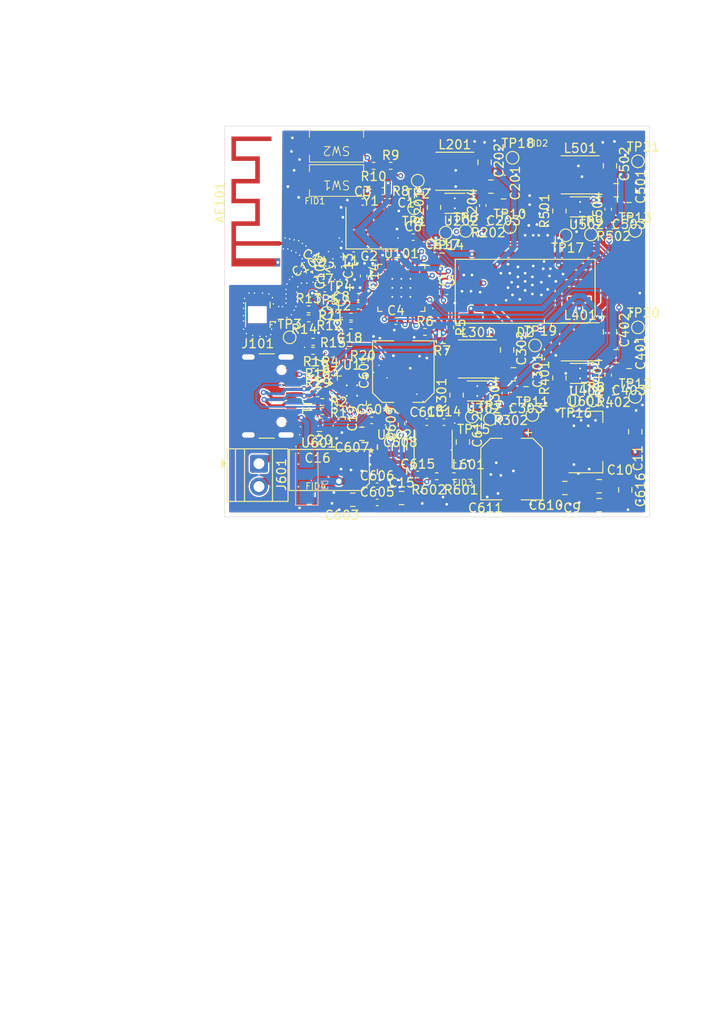
<source format=kicad_pcb>
(kicad_pcb (version 20241229) (generator "pcbnew") (generator_version "9.0")
  (layers (0 "F.Cu" signal) (4 "In1.Cu" signal) (6 "In2.Cu" signal) (2 "B.Cu" signal) (13 "F.Paste" user) (15 "B.Paste" user) (5 "F.SilkS" user "F.Silkscreen") (7 "B.SilkS" user "B.Silkscreen") (1 "F.Mask" user) (3 "B.Mask" user) (25 "Edge.Cuts" user))
  (net 0 "")
  (net 1 "Net-(C102-Pad2)")
  (net 2 "GND")
  (net 3 "Net-(AE101-A)")
  (net 4 "Net-(U101-XTAL_N)")
  (net 5 "Net-(U101-XTAL_P)")
  (net 6 "/ESP_CHIP_PU")
  (net 7 "/GPIO8")
  (net 8 "+3V3")
  (net 9 "/LedDriverRed/LED+")
  (net 10 "+5V")
  (net 11 "/LedDriverGreen/LED+")
  (net 12 "/LedDriverBlue/LED+")
  (net 13 "/LedDriverWhite/LED+")
  (net 14 "/Vbus")
  (net 15 "Net-(U602-VCC)")
  (net 16 "Net-(U602-BS)")
  (net 17 "Net-(U602-LX)")
  (net 18 "Net-(D1-A)")
  (net 19 "/LedDriverBlue/LED-")
  (net 20 "/LedDriverWhite/LED-")
  (net 21 "/LedDriverRed/LED-")
  (net 22 "/LedDriverGreen/LED-")
  (net 23 "Net-(J1-CC1)")
  (net 24 "/USB_D-")
  (net 25 "Net-(J1-CC2)")
  (net 26 "/USB_D+")
  (net 29 "Net-(J101-In)")
  (net 30 "Net-(J601-Pin_1)")
  (net 31 "Net-(J601-Pin_2)")
  (net 32 "Net-(U202-SW)")
  (net 33 "Net-(U302-SW)")
  (net 34 "Net-(U402-SW)")
  (net 35 "Net-(U502-SW)")
  (net 36 "/GPIO9")
  (net 37 "/ADC1_CH0")
  (net 38 "/ADC1_CH1")
  (net 39 "/ADC1_CH2")
  (net 40 "/ENR")
  (net 41 "/ENG")
  (net 42 "/ENB")
  (net 43 "/ENW")
  (net 44 "Net-(U602-FB)")
  (net 45 "Net-(U101-UORXD)")
  (net 46 "Net-(U101-UOTXD)")
  (net 47 "/PWMR")
  (net 48 "/PWMG")
  (net 49 "/PWMB")
  (net 50 "/PWMW")
  (net 54 "Net-(U101-ANT)")
  (net 56 "/GPIO15")
  (net 59 "Net-(U1-VDD)")
  (net 60 "Net-(U1-DN)")
  (net 61 "Net-(U1-DP)")
  (net 62 "Net-(U1-DRV)")
  (footprint "Inductor_SMD:L_APV_ANR4020" (layer "F.Cu") (at 144.5 62.4)
    (property "Reference" "L401")
    (property "Value" "2.2u")
  )
  (footprint "Capacitor_SMD:C_0402_1005Metric" (layer "F.Cu") (at 124.7 71.5 90)
    (property "Reference" "C609")
    (property "Value" "100nF 25V")
  )
  (footprint "TerminalBlock:TerminalBlock_Xinya_XY308-2.54-2P_1x02_P2.54mm_Horizontal" (layer "F.Cu") (at 108.9 75.9 -90)
    (property "Reference" "J601")
    (property "Value" "Screw_Terminal_01x02")
  )
  (footprint "Resistor_SMD:R_0402_1005Metric" (layer "F.Cu") (at 120.4 65.1)
    (property "Reference" "R20")
    (property "Value" "N.C.")
  )
  (footprint "Capacitor_SMD:C_0402_1005Metric" (layer "F.Cu") (at 129.4 71.3)
    (property "Reference" "C614")
    (property "Value" "100nF 25V")
  )
  (footprint "Capacitor_SMD:C_0805_2012Metric" (layer "F.Cu") (at 138.5 68.1 180)
    (property "Reference" "C303")
    (property "Value" "10uF 25V")
  )
  (footprint "Capacitor_SMD:C_0402_1005Metric" (layer "F.Cu") (at 118.1 70.9 -90)
    (property "Reference" "C19")
    (property "Value" "100nF 25V")
  )
  (footprint "Capacitor_SMD:C_0805_2012Metric" (layer "F.Cu") (at 131.5 73.5 -90)
    (property "Reference" "C612")
    (property "Value" "10uF 25V")
  )
  (footprint "Resistor_SMD:R_0402_1005Metric" (layer "F.Cu") (at 115.4 68.1)
    (property "Reference" "R19")
    (property "Value" "0R")
  )
  (footprint "1CustomFootprints:QR4xLED" (layer "F.Cu") (at 138.4 56.8 90)
    (property "Reference" "D2")
    (property "Value" "LED_RGBW")
  )
  (footprint "Capacitor_SMD:C_0402_1005Metric" (layer "F.Cu") (at 147.6 47.7 90)
    (property "Reference" "C504")
    (property "Value" "100nF 25V")
  )
  (footprint "Package_DFN_QFN:QFN-32-1EP_5x5mm_P0.5mm_EP3.65x3.65mm_ThermalVias" (layer "F.Cu") (at 124.68 56.42)
    (property "Reference" "U101")
    (property "Value" "ESP32-C6FHx")
  )
  (footprint "Capacitor_SMD:C_0402_1005Metric" (layer "F.Cu") (at 120.5 55.1 -90)
    (property "Reference" "C14")
    (property "Value" "C")
  )
  (footprint "Capacitor_SMD:C_0402_1005Metric" (layer "F.Cu") (at 126.5 77.1)
    (property "Reference" "C615")
    (property "Value" "100nF 25V")
  )
  (footprint "Package_SON:WSON-6-1EP_2x2mm_P0.65mm_EP1x1.6mm_ThermalVias" (layer "F.Cu") (at 133.1 67.85 180)
    (property "Reference" "U302")
    (property "Value" "TPS92201")
  )
  (footprint "Resistor_SMD:R_0402_1005Metric" (layer "F.Cu") (at 114.41 58.8 180)
    (property "Reference" "R13")
    (property "Value" "68K")
  )
  (footprint "TestPoint:TestPoint_Pad_D1.0mm" (layer "F.Cu") (at 132.495445 70.695445)
    (property "Reference" "TP15")
    (property "Value" "TestPoint")
  )
  (footprint "Resistor_SMD:R_0402_1005Metric" (layer "F.Cu") (at 115.923995 70.076394 180)
    (property "Reference" "R1")
    (property "Value" "10K")
  )
  (footprint "Crystal:Crystal_SMD_3225-4Pin_3.2x2.5mm_HandSoldering" (layer "F.Cu") (at 121.3 49.8)
    (property "Reference" "Y1")
    (property "Value" "40MHz")
  )
  (footprint "VE_misc:FIDUCIAL_Diameter_1mm" (layer "F.Cu") (at 131.5 79.7)
    (property "Reference" "FID3")
    (property "Value" "Fiducial" (hide yes))
  )
  (footprint "TestPoint:TestPoint_Pad_D1.0mm" (layer "F.Cu") (at 126.5 44.55 180)
    (property "Reference" "TP2")
    (property "Value" "TestPoint")
  )
  (footprint "Capacitor_SMD:C_0805_2012Metric" (layer "F.Cu") (at 118.933005 63.639666)
    (property "Reference" "C18")
    (property "Value" "10uF 25V")
  )
  (footprint "1CustomFootprints:MFB" (layer "F.Cu") (at 116.7 76.6 90)
    (property "Reference" "U601")
    (property "Value" "MB34F")
  )
  (footprint "Package_SON:WSON-6-1EP_2x2mm_P0.65mm_EP1x1.6mm_ThermalVias" (layer "F.Cu") (at 144.5 65.9 180)
    (property "Reference" "U402")
    (property "Value" "TPS92201")
  )
  (footprint "Resistor_SMD:R_0402_1005Metric" (layer "F.Cu") (at 114.9 62.4 180)
    (property "Reference" "R15")
    (property "Value" "68K")
  )
  (footprint "Inductor_SMD:L_APV_ANR4020" (layer "F.Cu") (at 144.5 43.9)
    (property "Reference" "L501")
    (property "Value" "2.2u")
  )
  (footprint "Inductor_SMD:L_APV_ANR4020" (layer "F.Cu") (at 133.1 64.3)
    (property "Reference" "L301")
    (property "Value" "2.2u")
  )
  (footprint "VE_misc:FIDUCIAL_Diameter_1mm" (layer "F.Cu") (at 115.2 80.1)
    (property "Reference" "FID4")
    (property "Value" "Fiducial" (hide yes))
  )
  (footprint "Capacitor_SMD:C_0402_1005Metric" (layer "F.Cu") (at 133.705 47.305 90)
    (property "Reference" "C204")
    (property "Value" "100nF 25V")
  )
  (footprint "Capacitor_SMD:C_0805_2012Metric" (layer "F.Cu") (at 134.605 45.205)
    (property "Reference" "C201")
    (property "Value" "10uF 25V")
  )
  (footprint "TestPoint:TestPoint_Pad_D1.0mm" (layer "F.Cu") (at 139.5 62.8)
    (property "Reference" "TP19")
    (property "Value" "TestPoint")
  )
  (footprint "Capacitor_SMD:CP_Elec_6.3x5.4" (layer "F.Cu") (at 124.9 65.7 90)
    (property "Reference" "C601")
    (property "Value" "68uF 25V")
  )
  (footprint "Resistor_SMD:R_0402_1005Metric" (layer "F.Cu") (at 119.1 60.6 180)
    (property "Reference" "R12")
    (property "Value" "68K")
  )
  (footprint "TestPoint:TestPoint_Pad_D1.0mm" (layer "F.Cu") (at 145.9 68.9)
    (property "Reference" "TP8")
    (property "Value" "TestPoint")
  )
  (footprint "Resistor_SMD:R_0402_1005Metric" (layer "F.Cu") (at 123.5 42.9)
    (property "Reference" "R9")
    (property "Value" "10K")
  )
  (footprint "Capacitor_SMD:C_0805_2012Metric" (layer "F.Cu") (at 124.7 79.7)
    (property "Reference" "C15")
    (property "Value" "10uF 25V")
  )
  (footprint "Resistor_SMD:R_0402_1005Metric" (layer "F.Cu") (at 130.1 60.8 -90)
    (property "Reference" "R5")
    (property "Value" "1K2")
  )
  (footprint "TestPoint:TestPoint_Pad_D1.0mm" (layer "F.Cu") (at 116.4 59.2)
    (property "Reference" "TP5")
    (property "Value" "TestPoint")
  )
  (footprint "Capacitor_SMD:C_0402_1005Metric" (layer "F.Cu") (at 117.7 54.1 90)
    (property "Reference" "C13")
    (property "Value" "C")
  )
  (footprint "Capacitor_SMD:C_0805_2012Metric" (layer "F.Cu") (at 147.8 61.3 90)
    (property "Reference" "C402")
    (property "Value" "10uF 25V")
  )
  (footprint "RF_Antenna:Texas_SWRA117D_2.4GHz_Right" (layer "F.Cu") (at 111 51.5 90)
    (property "Reference" "AE101")
    (property "Value" "Antenna_Shield")
  )
  (footprint "Capacitor_SMD:C_0805_2012Metric" (layer "F.Cu") (at 150.6 72.35 90)
    (property "Reference" "C11")
    (property "Value" "10uF 25V")
  )
  (footprint "Inductor_SMD:L_APV_ANR4020" (layer "F.Cu") (at 130.6 43.5)
    (property "Reference" "L201")
    (property "Value" "2.2u")
  )
  (footprint "Resistor_SMD:R_0805_2012Metric" (layer "F.Cu") (at 128.3 47.5 90)
    (property "Reference" "R201")
    (property "Value" "100m 250mW")
  )
  (footprint "Resistor_SMD:R_0402_1005Metric" (layer "F.Cu") (at 148.2 67.9)
    (property "Reference" "R402")
    (property "Value" "10K")
  )
  (footprint "Capacitor_SMD:C_0402_1005Metric" (layer "F.Cu") (at 147.6 66.1 90)
    (property "Reference" "C404")
    (property "Value" "100nF 25V")
  )
  (footprint "Package_SON:WSON-6-1EP_2x2mm_P0.65mm_EP1x1.6mm_ThermalVias" (layer "F.Cu") (at 130.605 47.055 180)
    (property "Reference" "U202")
    (property "Value" "TPS92201")
  )
  (footprint "TestPoint:TestPoint_Pad_D1.0mm" (layer "F.Cu") (at 150.9 60.8)
    (property "Reference" "TP20")
    (property "Value" "TestPoint")
  )
  (footprint "Capacitor_SMD:C_0402_1005Metric" (layer "F.Cu") (at 114.9 54.4 -30)
    (property "Reference" "C102")
    (property "Value" "C")
  )
  (footprint "Resistor_SMD:R_0402_1005Metric" (layer "F.Cu") (at 134.305 49.105)
    (property "Reference" "R202")
    (property "Value" "10K")
  )
  (footprint "TestPoint:TestPoint_Pad_D1.0mm" (layer "F.Cu") (at 150.9 42.4)
    (property "Reference" "TP21")
    (property "Value" "TestPoint")
  )
  (footprint "Inductor_SMD:L_APV_ANR4012" (layer "F.Cu") (at 128.2 74.3 90)
    (property "Reference" "L601")
    (property "Value" "1.2uH")
  )
  (footprint "Capacitor_SMD:C_0805_2012Metric" (layer "F.Cu") (at 120.3 72.6 180)
    (property "Reference" "C607")
    (property "Value" "10uF 25V")
  )
  (footprint "Capacitor_SMD:C_0402_1005Metric" (layer "F.Cu") (at 119.9 58.4 180)
    (property "Reference" "C12")
    (property "Value" "100nF 25V")
  )
  (footprint "Capacitor_SMD:C_0805_2012Metric" (layer "F.Cu") (at 136.005 47.305 180)
    (property "Reference" "C203")
    (property "Value" "10uF 25V")
  )
  (footprint "Package_TO_SOT_SMD:SOT-223" (layer "F.Cu") (at 145.1 73.5)
    (property "Reference" "U603")
    (property "Value" "XBL1117")
  )
  (footprint "Capacitor_SMD:C_0402_1005Metric" (layer "F.Cu") (at 127.5 71.3 180)
    (property "Reference" "C613")
    (property "Value" "100nF 25V")
  )
  (footprint "Resistor_SMD:R_0402_1005Metric" (layer "F.Cu") (at 119.1 59.61)
    (property "Reference" "R11")
    (property "Value" "10K")
  )
  (footprint "Capacitor_SMD:C_0805_2012Metric" (layer "F.Cu") (at 142.8 78.6)
    (property "Reference" "C610")
    (property "Value" "10uF 25V")
  )
  (footprint "Resistor_SMD:R_0402_1005Metric" (layer "F.Cu") (at 129.4 62.2 180)
    (property "Reference" "R7")
    (property "Value" "10K")
  )
  (footprint "Capacitor_SMD:C_0402_1005Metric" (layer "F.Cu") (at 121.4 71.1 180)
    (property "Reference" "C604")
    (property "Value" "100nF 25V")
  )
  (footprint "Resistor_SMD:R_0402_1005Metric" (layer "F.Cu") (at 130.5 77.3 180)
    (property "Reference" "R601")
    (property "Value" "68K")
  )
  (footprint "Capacitor_SMD:CP_Elec_6.3x5.4" (layer "F.Cu") (at 136.9 76.5 -90)
    (property "Reference" "C611")
    (property "Value" "68uF 25V")
  )
  (footprint "Resistor_SMD:R_0805_2012Metric" (layer "F.Cu") (at 142.2 66.4 90)
    (property "Reference" "R401")
    (property "Value" "100m 250mW")
  )
  (footprint "VE_misc:FIDUCIAL_Diameter_1mm" (layer "F.Cu") (at 115.1 48.5)
    (property "Reference" "FID1")
    (property "Value" "Fiducial" (hide yes))
  )
  (footprint "Capacitor_SMD:C_0402_1005Metric" (layer "F.Cu") (at 119.4 52.8)
    (property "Reference" "C2")
    (property "Value" "18pF 50V")
  )
  (footprint "Resistor_SMD:R_0402_1005Metric" (layer "F.Cu") (at 114.4 59.8)
    (property "Reference" "R14")
    (property "Value" "10K")
  )
  (footprint "Resistor_SMD:R_0402_1005Metric" (layer "F.Cu") (at 127.3 61.3)
    (property "Reference" "R6")
    (property "Value" "10K")
  )
  (footprint "Capacitor_SMD:C_0402_1005Metric" (layer "F.Cu") (at 136.2 68.1 90)
    (property "Reference" "C304")
    (property "Value" "100nF 25V")
  )
  (footprint "Connector_Coaxial:U.FL_Hirose_U.FL-R-SMT-1_Vertical" (layer "F.Cu") (at 109.25 59.4 180)
    (property "Reference" "J101")
    (property "Value" "Conn_Coaxial")
  )
  (footprint "Capacitor_SMD:C_0402_1005Metric" (layer "F.Cu") (at 116.9 65.6 90)
    (property "Reference" "C17")
    (property "Value" "100nF 25V")
  )
  (footprint "Capacitor_SMD:C_0402_1005Metric" (layer "F.Cu") (at 129.72 56.8)
    (property "Reference" "C5")
    (property "Value" "100nF 25V")
  )
  (footprint "TestPoint:TestPoint_Pad_D1.0mm" (layer "F.Cu") (at 139.2 70.5)
    (property "Reference" "TP11")
    (property "Value" "TestPoint")
  )
  (footprint "TestPoint:TestPoint_Pad_D1.0mm" (layer "F.Cu") (at 129.6 50.3)
    (property "Reference" "TP14")
    (property "Value" "TestPoint")
  )
  (footprint "Resistor_SMD:R_0402_1005Metric" (layer "F.Cu") (at 148.2 49.5)
    (property "Reference" "R502")
    (property "Value" "10K")
  )
  (footprint "Capacitor_SMD:C_0805_2012Metric" (layer "F.Cu") (at 129.2 53.3)
    (property "Reference" "C617")
    (property "Value" "10uF 25V")
  )
  (footprint "Resistor_SMD:R_0402_1005Metric" (layer "F.Cu") (at 114.89 63.4)
    (property "Reference" "R16")
    (property "Value" "10K")
  )
  (footprint "Capacitor_SMD:C_0805_2012Metric" (layer "F.Cu") (at 119.3 79.9 180)
    (property "Reference" "C603")
    (property "Value" "10uF 25V")
  )
  (footprint "1CustomFootprints:TS1101A26025" (layer "F.Cu") (at 117.495 40.73 180)
    (property "Reference" "SW2")
    (property "Value" "SW_SPST")
  )
  (footprint "TestPoint:TestPoint_Pad_D1.0mm" (layer "F.Cu") (at 143.8 68.9)
    (property "Reference" "TP16")
    (property "Value" "TestPoint")
  )
  (footprint "Resistor_SMD:R_0805_2012Metric" (layer "F.Cu") (at 130.8 68.3 90)
    (property "Reference" "R301")
    (property "Value" "100m 250mW")
  )
  (footprint "TestPoint:TestPoint_Pad_D1.0mm" (layer "F.Cu") (at 126.1 47.6 180)
    (property "Reference" "TP1")
    (property "Value" "TestPoint")
  )
  (footprint "Capacitor_SMD:C_0402_1005Metric" (layer "F.Cu") (at 126 50.8)
    (property "Reference" "C6")
    (property "Value" "100nF 25V")
  )
  (footprint "VE_misc:FIDUCIAL_Diameter_1mm" (layer "F.Cu") (at 139.8 42.1)
    (property "Reference" "FID2")
    (property "Value" "Fiducial" (hide yes))
  )
  (footprint "TestPoint:TestPoint_Pad_D1.0mm" (layer "F.Cu") (at 137.005 42.005)
    (property "Reference" "TP18")
    (property "Value" "TestPoint")
  )
  (footprint "Resistor_SMD:R_0402_1005Metric" (layer "F.Cu") (at 128.6 77.3)
    (property "Reference" "R602")
    (property "Value" "8.2K")
  )
  (footprint "Capacitor_SMD:C_0805_2012Metric" (layer "F.Cu") (at 133.905 42.505 90)
    (property "Reference" "C202")
    (property "Value" "10uF 25V")
  )
  (footprint "Capacitor_SMD:C_0402_1005Metric" (layer "F.Cu") (at 122 78.4)
    (property "Reference" "C606")
    (property "Value" "100nF 25V")
  )
  (footprint "Capacitor_SMD:C_0402_1005Metric" (layer "F.Cu") (at 116.2 56.5)
    (property "Reference" "C7")
    (property "Value" "100nF 25V")
  )
  (footprint "1CustomFootprints:TS1101A26025" (layer "F.Cu") (at 117.495 44.53 180)
    (property "Reference" "SW1")
    (property "Value" "SW_SPST")
  )
  (footprint "Capacitor_SMD:C_0805_2012Metric" (layer "F.Cu") (at 148.5 64)
    (property "Reference" "C401")
    (property "Value" "10uF 25V")
  )
  (footprint "Capacitor_SMD:C_0402_1005Metric" (layer "F.Cu") (at 123.3 72.4 180)
    (property "Reference" "C608")
    (property "Value" "100nF 25V")
  )
  (footprint "Capacitor_SMD:C_0805_2012Metric" (layer "F.Cu") (at 149.9 66.1 180)
    (property "Reference" "C403")
    (property "Value" "10uF 25V")
  )
  (footprint "TestPoint:TestPoint_Pad_D1.0mm" (layer "F.Cu") (at 117.9 57.7)
    (property "Reference" "TP4")
    (property "Value" "TestPoint")
  )
  (footprint "Resistor_SMD:R_0402_1005Metric" (layer "F.Cu") (at 136.8 69.9)
    (property "Reference" "R302")
    (property "Value" "10K")
  )
  (footprint "TestPoint:TestPoint_Pad_D1.0mm" (layer "F.Cu") (at 150.6 68.5)
    (property "Reference" "TP12")
    (property "Value" "TestPoint")
  )
  (footprint "Capacitor_SMD:C_0805_2012Metric" (layer "F.Cu") (at 136.4 63.3 90)
    (property "Reference" "C302")
    (property "Value" "10uF 25V")
  )
  (footprint "Resistor_SMD:R_0402_1005Metric" (layer "F.Cu") (at 115.4 67.1)
    (property "Reference" "R18")
    (property "Value" "0R")
  )
  (footprint "Package_DFN_QFN:QFN-20-1EP_3x3mm_P0.4mm_EP1.65x1.65mm_ThermalVias" (layer "F.Cu") (at 119.2 67.8)
    (property "Reference" "U1")
    (property "Value" "CH224D")
  )
  (footprint "TestPoint:TestPoint_Pad_D1.0mm" (layer "F.Cu") (at 134.509401 70.970075)
    (property "Reference" "TP7")
    (property "Value" "TestPoint")
  )
  (footprint "Capacitor_SMD:C_0805_2012Metric" (layer "F.Cu") (at 149.9 47.7 180)
    (property "Reference" "C503")
    (property "Value" "10uF 25V")
  )
  (footprint "Capacitor_SMD:C_0402_1005Metric" (layer "F.Cu") (at 114.5 54.7 -90)
    (property "Reference" "C101")
    (property "Value" "C")
  )
  (footprint "Resistor_SMD:R_0402_1005Metric" (layer "F.Cu") (at 121.6 42.9 180)
    (property "Reference" "R10")
    (property "Value" "10K")
  )
  (footprint "Capacitor_SMD:C_0402_1005Metric" (layer "F.Cu") (at 114.9 54.9 30)
    (property "Reference" "C103")
    (property "Value" "C")
  )
  (footprint "Capacitor_SMD:C_0805_2012Metric" (layer "F.Cu") (at 148.5 45.6)
    (property "Reference" "C501")
    (property "Value" "10uF 25V")
  )
  (footprint "TestPoint:TestPoint_Pad_D1.0mm" (layer "F.Cu") (at 142.9 50.6)
    (property "Reference" "TP17")
    (property "Value" "TestPoint")
  )
  (footprint "Capacitor_SMD:C_0402_1005Metric" (layer "F.Cu") (at 122 80.2)
    (property "Reference" "C605")
    (property "Value" "100nF 25V")
  )
  (footprint "TestPoint:TestPoint_Pad_D1.0mm" (layer "F.Cu") (at 131.805 50.105)
    (property "Reference" "TP6")
    (property "Value" "TestPoint")
  )
  (footprint "Capacitor_SMD:C_0805_2012Metric" (layer "F.Cu") (at 115.4 73.6 180)
    (property "Reference" "C16")
    (property "Value" "10uF 25V")
  )
  (footprint "Capacitor_SMD:C_0402_1005Metric" (layer "F.Cu") (at 123.4 46.9 180)
    (property "Reference" "C1")
    (property "Value" "18pF 50V")
  )
  (footprint "TestPoint:TestPoint_Pad_D1.0mm" (layer "F.Cu") (at 136.705 49.705)
    (property "Reference" "TP10")
    (property "Value" "TestPoint")
  )
  (footprint "Resistor_SMD:R_0402_1005Metric" (layer "F.Cu") (at 115.923995 69.076394 180)
    (property "Reference" "R2")
    (property "Value" "10K")
  )
  (footprint "Capacitor_SMD:C_0805_2012Metric" (layer "F.Cu") (at 147.8 42.9 90)
    (property "Reference" "C502")
    (property "Value" "10uF 25V")
  )
  (footprint "Capacitor_SMD:C_0805_2012Metric" (layer "F.Cu") (at 146.6 80.5 180)
    (property "Reference" "C9")
    (property "Value" "10uF 25V")
  )
  (footprint "Resistor_SMD:R_0402_1005Metric" (layer "F.Cu") (at 114.89 64.7 180)
    (property "Reference" "R4")
    (property "Value" "10K")
  )
  (footprint "TestPoint:TestPoint_Pad_D1.0mm" (layer "F.Cu") (at 145.7 50.5)
    (property "Reference" "TP9")
    (property "Value" "TestPoint")
  )
  (footprint "Capacitor_SMD:C_0402_1005Metric" (layer "F.Cu") (at 119.9 57.4 180)
    (property "Reference" "C8")
    (property "Value" "100nF 25V")
  )
  (footprint "Resistor_SMD:R_0805_2012Metric" (layer "F.Cu") (at 142.2 47.9 90)
    (property "Reference" "R501")
    (property "Value" "100m 250mW")
  )
  (footprint "Package_SON:WSON-6-1EP_2x2mm_P0.65mm_EP1x1.6mm_ThermalVias" (layer "F.Cu") (at 144.5 47.45 180)
    (property "Reference" "U502")
    (property "Value" "TPS92201")
  )
  (footprint "Capacitor_SMD:C_0805_2012Metric" (layer "F.Cu") (at 149.5 78.8 -90)
    (property "Reference" "C616")
    (property "Value" "10uF 25V")
  )
  (footprint "TestPoint:TestPoint_Pad_D1.0mm" (layer "F.Cu") (at 150.6 50.1)
    (property "Reference" "TP13")
    (property "Value" "TestPoint")
  )
  (footprint "Capacitor_SMD:C_0805_2012Metric" (layer "F.Cu") (at 146.6 78.4 180)
    (property "Reference" "C10")
    (property "Value" "10uF 25V")
  )
  (footprint "Capacitor_SMD:C_0805_2012Metric" (layer "F.Cu") (at 137.1 66)
    (property "Reference" "C301")
    (property "Value" "10uF 25V")
  )
  (footprint "TestPoint:TestPoint_Pad_D1.0mm" (layer "F.Cu") (at 112.3 61.9)
    (property "Reference" "TP3")
    (property "Value" "TestPoint")
  )
  (footprint "1CustomFootprints:QFN3X3-12_SGY" (layer "F.Cu") (at 123.65065 75.449075)
    (property "Reference" "U602")
    (property "Value" "SY8366H")
  )
  (footprint "Capacitor_SMD:C_0402_1005Metric" (layer "F.Cu") (at 124.08 60.1)
    (property "Reference" "C4")
    (property "Value" "100nF 25V")
  )
  (footprint "Resistor_SMD:R_0402_1005Metric" (layer "F.Cu") (at 122.7 45.7 180)
    (property "Reference" "R8")
    (property "Value" "10K")
  )
  (footprint "Inductor_SMD:L_0402_1005Metric" (layer "F.Cu") (at 119.1 54.6)
    (property "Reference" "L1")
    (property "Value" "L")
  )
  (footprint "Connector_USB:USB_C_Receptacle_GCT_USB4105-xx-A_16P_TopMnt_Horizontal" (layer "F.Cu") (at 108.8 68.4 -90)
    (property "Reference" "J1")
    (property "Value" "USB_C_Receptacle_USB2.0_16P")
  )
  (footprint "Resistor_SMD:R_0402_1005Metric" (layer "F.Cu") (at 114.89 65.7 180)
    (property "Reference" "R3")
    (property "Value" "10K")
  )
  (footprint "Capacitor_SMD:C_0805_2012Metric" (layer "F.Cu") (at 115.6 71.6 180)
    (property "Reference" "C20")
    (property "Value" "10uF 25V")
  )
  (footprint "Capacitor_SMD:C_0402_1005Metric" (layer "F.Cu") (at 120.4 46.9)
    (property "Reference" "C3")
    (property "Value" "100nF 25V")
  )
  (footprint "VE_diodes:SMA" (layer "B.Cu") (at 114.2 77.1 90)
    (property "Reference" "D1")
    (property "Value" "SS34")
  )
  (gr_rect (start 105.1 38.5) (end 152.2 81.8) (stroke (width 0.05)) (fill no) (layer "Edge.Cuts"))
  (segment (start 117.7 54.62) (end 115.335692 54.62) (width 0.3493) (layer "F.Cu") (net 1))
  (segment (start 118.615 54.6) (end 117.72 54.6) (width 0.3493) (layer "F.Cu") (net 1))
  (segment (start 115.335692 54.62) (end 115.315692 54.64) (width 0.3493) (layer "F.Cu") (net 1))
  (segment (start 130.871 76.729) (end 131.2 76.4) (width 0.2) (layer "F.Cu") (net 2))
  (segment (start 129.11 77.3) (end 129.681 76.729) (width 0.2) (layer "F.Cu") (net 2))
  (segment (start 129.681 76.729) (end 130.871 76.729) (width 0.2) (layer "F.Cu") (net 2))
  (via (at 116.7 55.5) (size 0.3) (drill 0.15) (layers "F.Cu" "B.Cu") (net 2))
  (via (at 112.5 59.4) (size 0.3) (drill 0.15) (layers "F.Cu" "B.Cu") (net 2))
  (via (at 121.2 75) (size 0.6) (drill 0.3) (layers "F.Cu" "B.Cu") (net 2))
  (via (at 115.5 61.4) (size 0.6) (drill 0.3) (layers "F.Cu" "B.Cu") (net 2))
  (via (at 146.2 71.1) (size 0.6) (drill 0.3) (layers "F.Cu" "B.Cu") (net 2))
  (via (at 126.7 64) (size 0.6) (drill 0.3) (layers "F.Cu" "B.Cu") (net 2))
  (via (at 120.9 53) (size 0.6) (drill 0.3) (layers "F.Cu" "B.Cu") (net 2))
  (via (at 137.6 56.3) (size 0.6) (drill 0.3) (layers "F.Cu" "B.Cu") (net 2))
  (via (at 141.2 54.3) (size 0.6) (drill 0.3) (layers "F.Cu" "B.Cu") (net 2))
  (via (at 120.3 76.7) (size 0.6) (drill 0.3) (layers "F.Cu" "B.Cu") (net 2))
  (via (at 140.5 53.5) (size 0.6) (drill 0.3) (layers "F.Cu" "B.Cu") (net 2))
  (via (at 113.5 71.8) (size 0.3) (drill 0.15) (layers "F.Cu" "B.Cu") (net 2))
  (via (at 115.5 72.6) (size 0.3) (drill 0.15) (layers "F.Cu" "B.Cu") (net 2))
  (via (at 147.5 69.6) (size 0.6) (drill 0.3) (layers "F.Cu" "B.Cu") (net 2))
  (via (at 138.4 54.8) (size 0.6) (drill 0.3) (layers "F.Cu" "B.Cu") (net 2))
  (via (at 138 62) (size 0.6) (drill 0.3) (layers "F.Cu" "B.Cu") (net 2))
  (via (at 118.7 57.4) (size 0.3) (drill 0.15) (layers "F.Cu" "B.Cu") (net 2))
  (via (at 107.2 60.1) (size 0.3) (drill 0.15) (layers "F.Cu" "B.Cu") (net 2))
  (via (at 151.1 80) (size 0.6) (drill 0.3) (layers "F.Cu" "B.Cu") (net 2))
  (via (at 139.2 56.1) (size 0.6) (drill 0.3) (layers "F.Cu" "B.Cu") (net 2))
  (via (at 136.9 55.8) (size 0.6) (drill 0.3) (layers "F.Cu" "B.Cu") (net 2))
  (via (at 135 40.1) (size 0.6) (drill 0.3) (layers "F.Cu" "B.Cu") (net 2))
  (via (at 117.8 81) (size 0.6) (drill 0.3) (layers "F.Cu" "B.Cu") (net 2))
  (via (at 149.3 42.5) (size 0.6) (drill 0.3) (layers "F.Cu" "B.Cu") (net 2))
  (via (at 111.9 56.6) (size 0.3) (drill 0.15) (layers "F.Cu" "B.Cu") (net 2))
  (via (at 111.9 58.1) (size 0.3) (drill 0.15) (layers "F.Cu" "B.Cu") (net 2))
  (via (at 118.7 46.7) (size 0.6) (drill 0.3) (layers "F.Cu" "B.Cu") (net 2))
  (via (at 122.9 71.6) (size 0.3) (drill 0.15) (layers "F.Cu" "B.Cu") (net 2))
  (via (at 113.3 46.4) (size 0.6) (drill 0.3) (layers "F.Cu" "B.Cu") (net 2))
  (via (at 113 52.5) (size 0.3) (drill 0.15) (layers "F.Cu" "B.Cu") (net 2))
  (via (at 138.4 55.7) (size 0.6) (drill 0.3) (layers "F.Cu" "B.Cu") (net 2))
  (via (at 111.9 57.6) (size 0.3) (drill 0.15) (layers "F.Cu" "B.Cu") (net 2))
  (via (at 112 56) (size 0.3) (drill 0.15) (layers "F.Cu" "B.Cu") (net 2))
  (via (at 141.1 55.1) (size 0.6) (drill 0.3) (layers "F.Cu" "B.Cu") (net 2))
  (via (at 117.7 56.4) (size 0.6) (drill 0.3) (layers "F.Cu" "B.Cu") (net 2))
  (via (at 113.4 72.7) (size 0.3) (drill 0.15) (layers "F.Cu" "B.Cu") (net 2))
  (via (at 118 76.5) (size 0.6) (drill 0.3) (layers "F.Cu" "B.Cu") (net 2))
  (via (at 149.9 67.5) (size 0.6) (drill 0.3) (layers "F.Cu" "B.Cu") (net 2))
  (via (at 145.4 71.7) (size 0.6) (drill 0.3) (layers "F.Cu" "B.Cu") (net 2))
  (via (at 129.7 80.4) (size 0.6) (drill 0.3) (layers "F.Cu" "B.Cu") (net 2))
  (via (at 139.4 66) (size 0.6) (drill 0.3) (layers "F.Cu" "B.Cu") (net 2))
  (via (at 150.7 70) (size 0.6) (drill 0.3) (layers "F.Cu" "B.Cu") (net 2))
  (via (at 112.8 58.9) (size 0.3) (drill 0.15) (layers "F.Cu" "B.Cu") (net 2))
  (via (at 113.6 55.9) (size 0.3) (drill 0.15) (layers "F.Cu" "B.Cu") (net 2))
  (via (at 113.2 56.3) (size 0.3) (drill 0.15) (layers "F.Cu" "B.Cu") (net 2))
  (via (at 115.841182 64.529532) (size 0.3) (drill 0.15) (layers "F.Cu" "B.Cu") (net 2))
  (via (at 115.470201 71.721779) (size 0.3) (drill 0.15) (layers "F.Cu" "B.Cu") (net 2))
  (via (at 121.2 76) (size 0.6) (drill 0.3) (layers "F.Cu" "B.Cu") (net 2))
  (via (at 122.3 62) (size 0.6) (drill 0.3) (layers "F.Cu" "B.Cu") (net 2))
  (via (at 140.7 69.2) (size 0.6) (drill 0.3) (layers "F.Cu" "B.Cu") (net 2))
  (via (at 112 59.7) (size 0.3) (drill 0.15) (layers "F.Cu" "B.Cu") (net 2))
  (via (at 120.8 66.1) (size 0.6) (drill 0.3) (layers "F.Cu" "B.Cu") (net 2))
  (via (at 133.9 40.3) (size 0.6) (drill 0.3) (layers "F.Cu" "B.Cu") (net 2))
  (via (at 113.8 54.2) (size 0.3) (drill 0.15) (layers "F.Cu" "B.Cu") (net 2))
  (via (at 117.8 50.9) (size 0.3) (drill 0.15) (layers "F.Cu" "B.Cu") (net 2))
  (via (at 107.5 61.5) (size 0.3) (drill 0.15) (layers "F.Cu" "B.Cu") (net 2))
  (via (at 111.1 58.5) (size 0.3) (drill 0.15) (layers "F.Cu" "B.Cu") (net 2))
  (via (at 118.097154 59.702172) (size 0.3) (drill 0.15) (layers "F.Cu" "B.Cu") (net 2))
  (via (at 138.9 69.5) (size 0.6) (drill 0.3) (layers "F.Cu" "B.Cu") (net 2))
  (via (at 137 57.2) (size 0.6) (drill 0.3) (layers "F.Cu" "B.Cu") (net 2))
  (via (at 136.5 56.4) (size 0.6) (drill 0.3) (layers "F.Cu" "B.Cu") (net 2))
  (via (at 113.1 56.9) (size 0.3) (drill 0.15) (layers "F.Cu" "B.Cu") (net 2))
  (via (at 116.6 52.4) (size 0.3) (drill 0.15) (layers "F.Cu" "B.Cu") (net 2))
  (via (at 134.2 79.6) (size 0.6) (drill 0.3) (layers "F.Cu" "B.Cu") (net 2))
  (via (at 123.3 77.7) (size 0.6) (drill 0.3) (layers "F.Cu" "B.Cu") (net 2))
  (via (at 138.2 48) (size 0.6) (drill 0.3) (layers "F.Cu" "B.Cu") (net 2))
  (via (at 134.6 77.1) (size 0.6) (drill 0.3) (layers "F.Cu" "B.Cu") (net 2))
  (via (at 151.1 57) (size 0.6) (drill 0.3) (layers "F.Cu" "B.Cu") (net 2))
  (via (at 114.9 53) (size 0.3) (drill 0.15) (layers "F.Cu" "B.Cu") (net 2))
  (via (at 143.5 67.4) (size 0.6) (drill 0.3) (layers "F.Cu" "B.Cu") (net 2))
  (via (at 127.8 45.5) (size 0.6) (drill 0.3) (layers "F.Cu" "B.Cu") (net 2))
  (via (at 124.4 47.9) (size 0.6) (drill 0.3) (layers "F.Cu" "B.Cu") (net 2))
  (via (at 138 63) (size 0.6) (drill 0.3) (layers "F.Cu" "B.Cu") (net 2))
  (via (at 129.3 79.6) (size 0.6) (drill 0.3) (layers "F.Cu" "B.Cu") (net 2))
  (via (at 138.9 47.2) (size 0.6) (drill 0.3) (layers "F.Cu" "B.Cu") (net 2))
  (via (at 149.8 81) (size 0.6) (drill 0.3) (layers "F.Cu" "B.Cu") (net 2))
  (via (at 110.3 60.5) (size 0.3) (drill 0.15) (layers "F.Cu" "B.Cu") (net 2))
  (via (at 144.3 42.9) (size 0.6) (drill 0.3) (layers "F.Cu" "B.Cu") (net 2))
  (via (at 110.3 61) (size 0.3) (drill 0.15) (layers "F.Cu" "B.Cu") (net 2))
  (via (at 122.2 65) (size 0.3) (drill 0.15) (layers "F.Cu" "B.Cu") (net 2))
  (via (at 110.2 61.6) (size 0.3) (drill 0.15) (layers "F.Cu" "B.Cu") (net 2))
  (via (at 133.1 48.3) (size 0.6) (drill 0.3) (layers "F.Cu" "B.Cu") (net 2))
  (via (at 143.8 70.6) (size 0.6) (drill 0.3) (layers "F.Cu" "B.Cu") (net 2))
  (via (at 144.3 77) (size 0.6) (drill 0.3) (layers "F.Cu" "B.Cu") (net 2))
  (via (at 117.1 62.9) (size 0.3) (drill 0.15) (layers "F.Cu" "B.Cu") (net 2))
  (via (at 113 74) (size 0.3) (drill 0.15) (layers "F.Cu" "B.Cu") (net 2))
  (via (at 120.6 53.7) (size 0.6) (drill 0.3) (layers "F.Cu" "B.Cu") (net 2))
  (via (at 110.5 58.2) (size 0.3) (drill 0.15) (layers "F.Cu" "B.Cu") (net 2))
  (via (at 127.3 70.5) (size 0.3) (drill 0.15) (layers "F.Cu" "B.Cu") (net 2))
  (via (at 118 52) (size 0.6) (drill 0.3) (layers "F.Cu" "B.Cu") (net 2))
  (via (at 117.3 55.5) (size 0.3) (drill 0.15) (layers "F.Cu" "B.Cu") (net 2))
  (via (at 139.3 50.6) (size 0.6) (drill 0.3) (layers "F.Cu" "B.Cu") (net 2))
  (via (at 113.6 54.6) (size 0.3) (drill 0.15) (layers "F.Cu" "B.Cu") (net 2))
  (via (at 135.2 75.8) (size 0.6) (drill 0.3) (layers "F.Cu" "B.Cu") (net 2))
  (via (at 112.5 41.3) (size 0.6) (drill 0.3) (layers "F.Cu" "B.Cu") (net 2))
  (via (at 110 57.1) (size 0.3) (drill 0.15) (layers "F.Cu" "B.Cu") (net 2))
  (via (at 140.9 49.5) (size 0.6) (drill 0.3) (layers "F.Cu" "B.Cu") (net 2))
  (via (at 136.405 48.705) (size 0.6) (drill 0.3) (layers "F.Cu" "B.Cu") (net 2))
  (via (at 117.1 53.6) (size 0.3) (drill 0.15) (layers "F.Cu" "B.Cu") (net 2))
  (via (at 117.011122 70.184635) (size 0.3) (drill 0.15) (layers "F.Cu" "B.Cu") (net 2))
  (via (at 130.8 48.9) (size 0.6) (drill 0.3) (layers "F.Cu" "B.Cu") (net 2))
  (via (at 137.6 55.2) (size 0.6) (drill 0.3) (layers "F.Cu" "B.Cu") (net 2))
  (via (at 139.2 57.1) (size 0.6) (drill 0.3) (layers "F.Cu" "B.Cu") (net 2))
  (via (at 108.4 57) (size 0.3) (drill 0.15) (layers "F.Cu" "B.Cu") (net 2))
  (via (at 117.30563 69.782587) (size 0.6) (drill 0.3) (layers "F.Cu" "B.Cu") (net 2))
  (via (at 130.7 45.2) (size 0.6) (drill 0.3) (layers "F.Cu" "B.Cu") (net 2))
  (via (at 151.4 69.4) (size 0.6) (drill 0.3) (layers "F.Cu" "B.Cu") (net 2))
  (via (at 124.3 50.9) (size 0.3) (drill 0.15) (layers "F.Cu" "B.Cu") (net 2))
  (via (at 132.5 55) (size 0.6) (drill 0.3) (layers "F.Cu" "B.Cu") (net 2))
  (via (at 119.1 76.6) (size 0.6) (drill 0.3) (layers "F.Cu" "B.Cu") (net 2))
  (via (at 114.7 52.6) (size 0.3) (drill 0.15) (layers "F.Cu" "B.Cu") (net 2))
  (via (at 115.2 53.9) (size 0.3) (drill 0.15) (layers "F.Cu" "B.Cu") (net 2))
  (via (at 137.4 43.9) (size 0.6) (drill 0.3) (layers "F.Cu" "B.Cu") (net 2))
  (via (at 148.3 40.2) (size 0.6) (drill 0.3) (layers "F.Cu" "B.Cu") (net 2))
  (via (at 108.2 61.7) (size 0.3) (drill 0.15) (layers "F.Cu" "B.Cu") (net 2))
  (via (at 113.7 51.5) (size 0.3) (drill 0.15) (layers "F.Cu" "B.Cu") (net 2))
  (via (at 149.5 60.7) (size 0.6) (drill 0.3) (layers "F.Cu" "B.Cu") (net 2))
  (via (at 139.7 49.4) (size 0.6) (drill 0.3) (layers "F.Cu" "B.Cu") (net 2))
  (via (at 110.7 60.3) (size 0.3) (drill 0.15) (layers "F.Cu" "B.Cu") (net 2))
  (via (at 111.9 57.1) (size 0.3) (drill 0.15) (layers "F.Cu" "B.Cu") (net 2))
  (via (at 113.945266 63.008018) (size 0.3) (drill 0.15) (layers "F.Cu" "B.Cu") (net 2))
  (via (at 142.3 80.5) (size 0.6) (drill 0.3) (layers "F.Cu" "B.Cu") (net 2))
  (via (at 121.5 53.7) (size 0.6) (drill 0.3) (layers "F.Cu" "B.Cu") (net 2))
  (via (at 144.6 71.1) (size 0.6) (drill 0.3) (layers "F.Cu" "B.Cu") (net 2))
  (via (at 139.9 50.6) (size 0.6) (drill 0.3) (layers "F.Cu" "B.Cu") (net 2))
  (via (at 121.6 61.8) (size 0.6) (drill 0.3) (layers "F.Cu" "B.Cu") (net 2))
  (via (at 107.2 58.7) (size 0.3) (drill 0.15) (layers "F.Cu" "B.Cu") (net 2))
  (via (at 141.8 55.7) (size 0.6) (drill 0.3) (layers "F.Cu" "B.Cu") (net 2))
  (via (at 135.7 54.8) (size 0.6) (drill 0.3) (layers "F.Cu" "B.Cu") (net 2))
  (via (at 111.5 58.5) (size 0.3) (drill 0.15) (layers "F.Cu" "B.Cu") (net 2))
  (via (at 130.6 71.4) (size 0.3) (drill 0.15) (layers "F.Cu" "B.Cu") (net 2))
  (via (at 129.7 70.3) (size 0.3) (drill 0.15) (layers "F.Cu" "B.Cu") (net 2))
  (via (at 112.1 45.2) (size 0.6) (drill 0.3) (layers "F.Cu" "B.Cu") (net 2))
  (via (at 113.4 52.8) (size 0.3) (drill 0.15) (layers "F.Cu" "B.Cu") (net 2))
  (via (at 136.5 53.8) (size 0.6) (drill 0.3) (layers "F.Cu" "B.Cu") (net 2))
  (via (at 109.7 61.8) (size 0.3) (drill 0.15) (layers "F.Cu" "B.Cu") (net 2))
  (via (at 135.4 79.2) (size 0.6) (drill 0.3) (layers "F.Cu" "B.Cu") (net 2))
  (via (at 107.3 57.6) (size 0.3) (drill 0.15) (layers "F.Cu" "B.Cu") (net 2))
  (via (at 145.5 76.5) (size 0.6) (drill 0.3) (layers "F.Cu" "B.Cu") (net 2))
  (via (at 107.8 57) (size 0.3) (drill 0.15) (layers "F.Cu" "B.Cu") (net 2))
  (via (at 140.4 54.3) (size 0.6) (drill 0.3) (layers "F.Cu" "B.Cu") (net 2))
  (via (at 118.783393 57.857475) (size 0.3) (drill 0.15) (layers "F.Cu" "B.Cu") (net 2))
  (via (at 116.8 57.4) (size 0.6) (drill 0.3) (layers "F.Cu" "B.Cu") (net 2))
  (via (at 135.7 77.2) (size 0.6) (drill 0.3) (layers "F.Cu" "B.Cu") (net 2))
  (via (at 118.2 52.6) (size 0.3) (drill 0.15) (layers "F.Cu" "B.Cu") (net 2))
  (via (at 139.3 54) (size 0.6) (drill 0.3) (layers "F.Cu" "B.Cu") (net 2))
  (via (at 119.5 55.5) (size 0.6) (drill 0.3) (layers "F.Cu" "B.Cu") (net 2))
  (via (at 127 80.3) (size 0.6) (drill 0.3) (layers "F.Cu" "B.Cu") (net 2))
  (via (at 141.8 63.9) (size 0.6) (drill 0.3) (layers "F.Cu" "B.Cu") (net 2))
  (via (at 118.2 48.6) (size 0.6) (drill 0.3) (layers "F.Cu" "B.Cu") (net 2))
  (via (at 138.4 56.7) (size 0.6) (drill 0.3) (layers "F.Cu" "B.Cu") (net 2))
  (via (at 120.1 56.4) (size 0.6) (drill 0.3) (layers "F.Cu" "B.Cu") (net 2))
  (via (at 131.6 55) (size 0.6) (drill 0.3) (layers "F.Cu" "B.Cu") (net 2))
  (via (at 135.6 49) (size 0.6) (drill 0.3) (layers "F.Cu" "B.Cu") (net 2))
  (via (at 138.4 50.6) (size 0.6) (drill 0.3) (layers "F.Cu" "B.Cu") (net 2))
  (via (at 113 58.5) (size 0.3) (drill 0.15) (layers "F.Cu" "B.Cu") (net 2))
  (via (at 144.1 50.2) (size 0.6) (drill 0.3) (layers "F.Cu" "B.Cu") (net 2))
  (via (at 113.3 51.2) (size 0.3) (drill 0.15) (layers "F.Cu" "B.Cu") (net 2))
  (via (at 150.8 64.1) (size 0.6) (drill 0.3) (layers "F.Cu" "B.Cu") (net 2))
  (via (at 117.5 73.1) (size 0.6) (drill 0.3) (layers "F.Cu" "B.Cu") (net 2))
  (via (at 114.1 51.8) (size 0.3) (drill 0.15) (layers "F.Cu" "B.Cu") (net 2))
  (via (at 150.6 62.4) (size 0.6) (drill 0.3) (layers "F.Cu" "B.Cu") (net 2))
  (via (at 139 80.4) (size 0.6) (drill 0.3) (layers "F.Cu" "B.Cu") (net 2))
  (via (at 112.8 51.1) (size 0.3) (drill 0.15) (layers "F.Cu" "B.Cu") (net 2))
  (via (at 119.3 56.4) (size 0.6) (drill 0.3) (layers "F.Cu" "B.Cu") (net 2))
  (via (at 140 48.2) (size 0.6) (drill 0.3) (layers "F.Cu" "B.Cu") (net 2))
  (via (at 118.9 53.7) (size 0.6) (drill 0.3) (layers "F.Cu" "B.Cu") (net 2))
  (via (at 121.4 77.1) (size 0.6) (drill 0.3) (layers "F.Cu" "B.Cu") (net 2))
  (via (at 137.6 54.1) (size 0.6) (drill 0.3) (layers "F.Cu" "B.Cu") (net 2))
  (via (at 115.4 73.9) (size 0.3) (drill 0.15) (layers "F.Cu" "B.Cu") (net 2))
  (via (at 112.6 55.2) (size 0.3) (drill 0.15) (layers "F.Cu" "B.Cu") (net 2))
  (via (at 139.2 55.2) (size 0.6) (drill 0.3) (layers "F.Cu" "B.Cu") (net 2))
  (via (at 144 49.1) (size 0.6) (drill 0.3) (layers "F.Cu" "B.Cu") (net 2))
  (via (at 116.7 54) (size 0.3) (drill 0.15) (layers "F.Cu" "B.Cu") (net 2))
  (via (at 137.8 57.7) (size 0.6) (drill 0.3) (layers "F.Cu" "B.Cu") (net 2))
  (via (at 113.4 80.8) (size 0.6) (drill 0.3) (layers "F.Cu" "B.Cu") (net 2))
  (via (at 109.3 57) (size 0.3) (drill 0.15) (layers "F.Cu" "B.Cu") (net 2))
  (via (at 112.6 39.8) (size 0.6) (drill 0.3) (layers "F.Cu" "B.Cu") (net 2))
  (via (at 127.1 69) (size 0.3) (drill 0.15) (layers "F.Cu" "B.Cu") (net 2))
  (via (at 143.8 71.7) (size 0.6) (drill 0.3) (layers "F.Cu" "B.Cu") (net 2))
  (via (at 116 55.5) (size 0.3) (drill 0.15) (layers "F.Cu" "B.Cu") (net 2))
  (via (at 147 40.3) (size 0.6) (drill 0.3) (layers "F.Cu" "B.Cu") (net 2))
  (via (at 144.4 80.2) (size 0.6) (drill 0.3) (layers "F.Cu" "B.Cu") (net 2))
  (via (at 107.2 59.5) (size 0.3) (drill 0.15) (layers "F.Cu" "B.Cu") (net 2))
  (via (at 107.2 58.1) (size 0.3) (drill 0.15) (layers "F.Cu" "B.Cu") (net 2))
  (via (at 118 53) (size 0.3) (drill 0.15) (layers "F.Cu" "B.Cu") (net 2))
  (via (at 113.1 54.8) (size 0.3) (drill 0.15) (layers "F.Cu" "B.Cu") (net 2))
  (via (at 114.4 52.2) (size 0.3) (drill 0.15) (layers "F.Cu" "B.Cu") (net 2))
  (via (at 112.8 43.4) (size 0.6) (drill 0.3) (layers "F.Cu" "B.Cu") (net 2))
  (via (at 150.7 44.8) (size 0.6) (drill 0.3) (layers "F.Cu" "B.Cu") (net 2))
  (via (at 124.3 77.7) (size 0.6) (drill 0.3) (layers "F.Cu" "B.Cu") (net 2))
  (via (at 131.4 56.8) (size 0.6) (drill 0.3) (layers "F.Cu" "B.Cu") (net 2))
  (via (at 150.2 59.1) (size 0.6) (drill 0.3) (layers "F.Cu" "B.Cu") (net 2))
  (via (at 113.1 57.4) (size 0.3) (drill 0.15) (layers "F.Cu" "B.Cu") (net 2))
  (via (at 126.1 61.9) (size 0.6) (drill 0.3) (layers "F.Cu" "B.Cu") (net 2))
  (via (at 123.7 78.4) (size 0.6) (drill 0.3) (layers "F.Cu" "B.Cu") (net 2))
  (via (at 131.2 75.6) (size 0.3) (drill 0.15) (layers "F.Cu" "B.Cu") (net 2))
  (via (at 144.7 44.1) (size 0.6) (drill 0.3) (layers "F.Cu" "B.Cu") (net 2))
  (via (at 122.3 77.7) (size 0.6) (drill 0.3) (layers "F.Cu" "B.Cu") (net 2))
  (via (at 123.983591 45.516409) (size 0.6) (drill 0.3) (layers "F.Cu" "B.Cu") (net 2))
  (via (at 140.9 50.6) (size 0.6) (drill 0.3) (layers "F.Cu" "B.Cu") (net 2))
  (via (at 117 64.1) (size 0.3) (drill 0.15) (layers "F.Cu" "B.Cu") (net 2))
  (via (at 111.5 59.9) (size 0.3) (drill 0.15) (layers "F.Cu" "B.Cu") (net 2))
  (via (at 145.1 67.9) (size 0.6) (drill 0.3) (layers "F.Cu" "B.Cu") (net 2))
  (via (at 115.3 73.2) (size 0.3) (drill 0.15) (layers "F.Cu" "B.Cu") (net 2))
  (via (at 131.2 76.4) (size 0.6) (drill 0.3) (layers "F.Cu" "B.Cu") (net 2))
  (via (at 115.3 55.6) (size 0.3) (drill 0.15) (layers "F.Cu" "B.Cu") (net 2))
  (via (at 123.9 61.1) (size 0.6) (drill 0.3) (layers "F.Cu" "B.Cu") (net 2))
  (via (at 140.2 55.8) (size 0.6) (drill 0.3) (layers "F.Cu" "B.Cu") (net 2))
  (via (at 139.980331 65.380331) (size 0.6) (drill 0.3) (layers "F.Cu" "B.Cu") (net 2))
  (via (at 112.1 52.1) (size 0.3) (drill 0.15) (layers "F.Cu" "B.Cu") (net 2))
  (via (at 135.5 41.1) (size 0.6) (drill 0.3) (layers "F.Cu" "B.Cu") (net 2))
  (via (at 115.612467 58.949508) (size 0.3) (drill 0.15) (layers "F.Cu" "B.Cu") (net 2))
  (via (at 117.1 53.2) (size 0.3) (drill 0.15) (layers "F.Cu" "B.Cu") (net 2))
  (via (at 135.5 42.1) (size 0.6) (drill 0.3) (layers "F.Cu" "B.Cu") (net 2))
  (via (at 115.1 53.5) (size 0.3) (drill 0.15) (layers "F.Cu" "B.Cu") (net 2))
  (via (at 150.3 49.1) (size 0.6) (drill 0.3) (layers "F.Cu" "B.Cu") (net 2))
  (via (at 130 48.9) (size 0.6) (drill 0.3) (layers "F.Cu" "B.Cu") (net 2))
  (via (at 112.3 55.5) (size 0.3) (drill 0.15) (layers "F.Cu" "B.Cu") (net 2))
  (via (at 151.3 63.2) (size 0.6) (drill 0.3) (layers "F.Cu" "B.Cu") (net 2))
  (via (at 111.6 52.1) (size 0.3) (drill 0.15) (layers "F.Cu" "B.Cu") (net 2))
  (via (at 136.3 57.8) (size 0.6) (drill 0.3) (layers "F.Cu" "B.Cu") (net 2))
  (via (at 118.1 51.3) (size 0.3) (drill 0.15) (layers "F.Cu" "B.Cu") (net 2))
  (via (at 142.6 54.9) (size 0.6) (drill 0.3) (layers "F.Cu" "B.Cu") (net 2))
  (via (at 128.17584 58.692654) (size 0.3) (drill 0.15) (layers "F.Cu" "B.Cu") (net 2))
  (via (at 118.3 53) (size 0.3) (drill 0.15) (layers "F.Cu" "B.Cu") (net 2))
  (via (at 130.7 75.8) (size 0.3) (drill 0.15) (layers "F.Cu" "B.Cu") (net 2))
  (via (at 118.085873 72.456878) (size 0.6) (drill 0.3) (layers "F.Cu" "B.Cu") (net 2))
  (via (at 123.1 66.4) (size 0.3) (drill 0.15) (layers "F.Cu" "B.Cu") (net 2))
  (via (at 124.2 49.9) (size 0.6) (drill 0.3) (layers "F.Cu" "B.Cu") (net 2))
  (via (at 143.4 80.4) (size 0.6) (drill 0.3) (layers "F.Cu" "B.Cu") (net 2))
  (via (at 130.2 74.4) (size 0.3) (drill 0.15) (layers "F.Cu" "B.Cu") (net 2))
  (via (at 115.4 74.7) (size 0.3) (drill 0.15) (layers "F.Cu" "B.Cu") (net 2))
  (via (at 107.2 61) (size 0.3) (drill 0.15) (layers "F.Cu" "B.Cu") (net 2))
  (via (at 132.8 40.2) (size 0.6) (drill 0.3) (layers "F.Cu" "B.Cu") (net 2))
  (via (at 140.9 56.6) (size 0.6) (drill 0.3) (layers "F.Cu" "B.Cu") (net 2))
  (via (at 118 47.5) (size 0.6) (drill 0.3) (layers "F.Cu" "B.Cu") (net 2))
  (via (at 114.9 55.8) (size 0.3) (drill 0.15) (layers "F.Cu" "B.Cu") (net 2))
  (via (at 138.8 49.5) (size 0.6) (drill 0.3) (layers "F.Cu" "B.Cu") (net 2))
  (via (at 113.4 42.2) (size 0.6) (drill 0.3) (layers "F.Cu" "B.Cu") (net 2))
  (via (at 150.8 45.7) (size 0.6) (drill 0.3) (layers "F.Cu" "B.Cu") (net 2))
  (via (at 132.4 56.8) (size 0.6) (drill 0.3) (layers "F.Cu" "B.Cu") (net 2))
  (via (at 112.5 52.3) (size 0.3) (drill 0.15) (layers "F.Cu" "B.Cu") (net 2))
  (via (at 126.4 68.2) (size 0.3) (drill 0.15) (layers "F.Cu" "B.Cu") (net 2))
  (via (at 140.9 47.8) (size 0.6) (drill 0.3) (layers "F.Cu" "B.Cu") (net 2))
  (via (at 142.9 65.9) (size 0.6) (drill 0.3) (layers "F.Cu" "B.Cu") (net 2))
  (via (at 114.2 55.9) (size 0.3) (drill 0.15) (layers "F.Cu" "B.Cu") (net 2))
  (via (at 123.4 71.5) (size 0.3) (drill 0.15) (layers "F.Cu" "B.Cu") (net 2))
  (via (at 121.625003 70.2) (size 0.6) (drill 0.3) (layers "F.Cu" "B.Cu") (net 2))
  (via (at 126.9 79) (size 0.6) (drill 0.3) (layers "F.Cu" "B.Cu") (net 2))
  (via (at 118.6 56.4) (size 0.6) (drill 0.3) (layers "F.Cu" "B.Cu") (net 2))
  (via (at 111.1 60.1) (size 0.3) (drill 0.15) (layers "F.Cu" "B.Cu") (net 2))
  (via (at 133.4 56.9) (size 0.6) (drill 0.3) (layers "F.Cu" "B.Cu") (net 2))
  (via (at 144.6 70.1) (size 0.6) (drill 0.3) (layers "F.Cu" "B.Cu") (net 2))
  (via (at 140.2 57.2) (size 0.6) (drill 0.3) (layers "F.Cu" "B.Cu") (net 2))
  (via (at 125.669669 65.330331) (size 0.6) (drill 0.3) (layers "F.Cu" "B.Cu") (net 2))
  (via (at 137.1 76.7) (size 0.6) (drill 0.3) (layers "F.Cu" "B.Cu") (net 2))
  (via (at 145.4 70.6) (size 0.6) (drill 0.3) (layers "F.Cu" "B.Cu") (net 2))
  (via (at 113.7 53.2) (size 0.3) (drill 0.15) (layers "F.Cu" "B.Cu") (net 2))
  (via (at 113.1 57.9) (size 0.3) (drill 0.15) (layers "F.Cu" "B.Cu") (net 2))
  (via (at 116.3 54) (size 0.3) (drill 0.15) (layers "F.Cu" "B.Cu") (net 2))
  (via (at 113.9 53.6) (size 0.3) (drill 0.15) (layers "F.Cu" "B.Cu") (net 2))
  (via (at 117.9 55.5) (size 0.3) (drill 0.15) (layers "F.Cu" "B.Cu") (net 2))
  (via (at 119.8 53.7) (size 0.6) (drill 0.3) (layers "F.Cu" "B.Cu") (net 2))
  (via (at 130.7 43.4) (size 0.6) (drill 0.3) (layers "F.Cu" "B.Cu") (net 2))
  (via (at 115.6 54) (size 0.3) (drill 0.15) (layers "F.Cu" "B.Cu") (net 2))
  (via (at 136.7 54.8) (size 0.6) (drill 0.3) (layers "F.Cu" "B.Cu") (net 2))
  (via (at 121.6 65.8) (size 0.3) (drill 0.15) (layers "F.Cu" "B.Cu") (net 2))
  (via (at 118.6 55.5) (size 0.6) (drill 0.3) (layers "F.Cu" "B.Cu") (net 2))
  (via (at 112.3 51) (size 0.3) (drill 0.15) (layers "F.Cu" "B.Cu") (net 2))
  (via (at 116.3 62.9) (size 0.3) (drill 0.15) (layers "F.Cu" "B.Cu") (net 2))
  (via (at 126.6 69.9) (size 0.3) (drill 0.15) (layers "F.Cu" "B.Cu") (net 2))
  (via (at 149.5 41.7) (size 0.6) (drill 0.3) (layers "F.Cu" "B.Cu") (net 2))
  (via (at 132.1 75.6) (size 0.6) (drill 0.3) (layers "F.Cu" "B.Cu") (net 2))
  (via (at 117.2 79.1) (size 0.6) (drill 0.3) (layers "F.Cu" "B.Cu") (net 2))
  (via (at 140.4 69.9) (size 0.6) (drill 0.3) (layers "F.Cu" "B.Cu") (net 2))
  (via (at 123.8 63.9343) (size 0.6) (drill 0.3) (layers "F.Cu" "B.Cu") (net 2))
  (via (at 143.8 76) (size 0.6) (drill 0.3) (layers "F.Cu" "B.Cu") (net 2))
  (via (at 138.9 46.2) (size 0.6) (drill 0.3) (layers "F.Cu" "B.Cu") (net 2))
  (via (at 119.2 64.5) (size 0.3) (drill 0.15) (layers "F.Cu" "B.Cu") (net 2))
  (via (at 117 80.3) (size 0.6) (drill 0.3) (layers "F.Cu" "B.Cu") (net 2))
  (via (at 111.8 50.9) (size 0.3) (drill 0.15) (layers "F.Cu" "B.Cu") (net 2))
  (via (at 124.5 78.5) (size 0.6) (drill 0.3) (layers "F.Cu" "B.Cu") (net 2))
  (via (at 130.6 58.1) (size 0.6) (drill 0.3) (layers "F.Cu" "B.Cu") (net 2))
  (via (at 120.3 71.8) (size 0.3) (drill 0.15) (layers "F.Cu" "B.Cu") (net 2))
  (via (at 109 61.8) (size 0.3) (drill 0.15) (layers "F.Cu" "B.Cu") (net 2))
  (via (at 116.992654 69.241593) (size 0.3) (drill 0.15) (layers "F.Cu" "B.Cu") (net 2))
  (via (at 110.4 57.5) (size 0.3) (drill 0.15) (layers "F.Cu" "B.Cu") (net 2))
  (via (at 129.7 63.2) (size 0.6) (drill 0.3) (layers "F.Cu" "B.Cu") (net 2))
  (via (at 127.5 64.2) (size 0.6) (drill 0.3) (layers "F.Cu" "B.Cu") (net 2))
  (via (at 117.1 54) (size 0.3) (drill 0.15) (layers "F.Cu" "B.Cu") (net 2))
  (via (at 121.4 64.2) (size 0.3) (drill 0.15) (layers "F.Cu" "B.Cu") (net 2))
  (segment (start 114.5 54.22) (end 114.5 54) (width 0.3493) (layer "F.Cu") (net 3))
  (segment (start 112 51.5) (end 111 51.5) (width 0.3493) (layer "F.Cu") (net 3))
  (arc (start 114.5 54) (mid 113.767767 52.232233) (end 112 51.5) (width 0.3493) (layer "F.Cu") (net 3))
  (segment (start 123.93 53.570001) (end 123.8 53.440001) (width 0.2) (layer "F.Cu") (net 4))
  (segment (start 122.92 46.9) (end 122.92 48.48) (width 0.2) (layer "F.Cu") (net 4))
  (segment (start 124.8 49.2) (end 124.25 48.65) (width 0.2) (layer "F.Cu") (net 4))
  (segment (start 123.8 53.440001) (end 123.8 52.1) (width 0.2) (layer "F.Cu") (net 4))
  (segment (start 124.25 48.65) (end 122.75 48.65) (width 0.2) (layer "F.Cu") (net 4))
  (segment (start 123.93 53.945) (end 123.93 53.570001) (width 0.2) (layer "F.Cu") (net 4))
  (segment (start 123.8 52.1) (end 124.8 51.1) (width 0.2) (layer "F.Cu") (net 4))
  (segment (start 124.8 51.1) (end 124.8 49.2) (width 0.2) (layer "F.Cu") (net 4))
  (segment (start 123.43 52.850768) (end 123.43 53.945) (width 0.2) (layer "F.Cu") (net 5))
  (segment (start 119.85 52.252) (end 120.001 52.101) (width 0.2) (layer "F.Cu") (net 5))
  (segment (start 119.85 52.3) (end 119.85 52.53) (width 0.2) (layer "F.Cu") (net 5))
  (segment (start 122.680232 52.101) (end 123.43 52.850768) (width 0.2) (layer "F.Cu") (net 5))
  (segment (start 119.88 52.56) (end 119.88 52.8) (width 0.2) (layer "F.Cu") (net 5))
  (segment (start 119.85 52.3) (end 119.85 52.252) (width 0.2) (layer "F.Cu") (net 5))
  (segment (start 119.85 50.95) (end 119.85 52.3) (width 0.2) (layer "F.Cu") (net 5))
  (segment (start 120.001 52.101) (end 122.680232 52.101) (width 0.2) (layer "F.Cu") (net 5))
  (segment (start 119.85 50.95) (end 119.85 51.95) (width 0.2) (layer "F.Cu") (net 5))
  (segment (start 119.85 52.53) (end 119.88 52.56) (width 0.2) (layer "F.Cu") (net 5))
  (segment (start 119.85 51.95) (end 120.001 52.101) (width 0.2) (layer "F.Cu") (net 5))
  (segment (start 120.88 45.72) (end 120.9 45.7) (width 0.6) (layer "F.Cu") (net 6))
  (segment (start 120.7 44.8) (end 120.7 45.5) (width 0.2) (layer "F.Cu") (net 6))
  (segment (start 120.88 46.9) (end 120.88 45.72) (width 0.6) (layer "F.Cu") (net 6))
  (segment (start 121.600516 56.17) (end 121.560402 56.210114) (width 0.2) (layer "F.Cu") (net 6))
  (segment (start 120.7 45.5) (end 120.9 45.7) (width 0.2) (layer "F.Cu") (net 6))
  (segment (start 122.205 56.17) (end 121.600516 56.17) (width 0.2) (layer "F.Cu") (net 6))
  (segment (start 122.19 45.7) (end 120.9 45.7) (width 0.2) (layer "F.Cu") (net 6))
  (via (at 121.560402 56.210114) (size 0.6) (drill 0.3) (layers "F.Cu" "B.Cu") (net 6))
  (via (at 120.9 45.7) (size 0.6) (drill 0.3) (layers "F.Cu" "B.Cu") (net 6))
  (segment (start 125.4 58.925) (end 125.43 58.895) (width 0.2) (layer "F.Cu") (net 7))
  (segment (start 125.4 60.2) (end 125.4 58.925) (width 0.2) (layer "F.Cu") (net 7))
  (segment (start 121.09 42.19) (end 120.9 42) (width 0.2) (layer "F.Cu") (net 7))
  (segment (start 120.9 42) (end 120.6 41.7) (width 0.2) (layer "F.Cu") (net 7))
  (segment (start 125.08 60.48) (end 125.12 60.48) (width 0.2) (layer "F.Cu") (net 7))
  (segment (start 121.09 42.9) (end 121.09 42.19) (width 0.2) (layer "F.Cu") (net 7))
  (segment (start 124.84 60.24) (end 124.7 60.24) (width 0.2) (layer "F.Cu") (net 7))
  (segment (start 125.12 60.48) (end 125.4 60.2) (width 0.2) (layer "F.Cu") (net 7))
  (segment (start 120.6 41.7) (end 120.6 41.1) (width 0.2) (layer "F.Cu") (net 7))
  (segment (start 125.08 60.48) (end 124.84 60.24) (width 0.2) (layer "F.Cu") (net 7))
  (via (at 120.9 42) (size 0.6) (drill 0.3) (layers "F.Cu" "B.Cu") (net 7))
  (via (at 125.08 60.48) (size 0.6) (drill 0.3) (layers "F.Cu" "B.Cu") (net 7))
  (segment (start 122.99 44.09) (end 122.99 42.9) (width 0.6) (layer "F.Cu") (net 8))
  (segment (start 122.205 55.4) (end 122.205 55.5) (width 0.2) (layer "F.Cu") (net 8))
  (segment (start 115.72 57.12) (end 116.4 57.8) (width 0.2) (layer "F.Cu") (net 8))
  (segment (start 124.43 53.945) (end 124.43 52.83) (width 0.2) (layer "F.Cu") (net 8))
  (segment (start 124.43 52.83) (end 124.4 52.8) (width 0.2) (layer "F.Cu") (net 8))
  (segment (start 121.788634 56.761114) (end 121.33217 56.761114) (width 0.2) (layer "F.Cu") (net 8))
  (segment (start 115.6 57) (end 115.72 57.12) (width 0.2) (layer "F.Cu") (net 8))
  (segment (start 121.8 55.4) (end 121.975 55.4) (width 0.2) (layer "F.Cu") (net 8))
  (segment (start 121.93 55.4) (end 121.7 55.17) (width 0.2) (layer "F.Cu") (net 8))
  (segment (start 115.72 56.88) (end 115.6 57) (width 0.2) (layer "F.Cu") (net 8))
  (segment (start 125.52 50.8) (end 125.52 51.18) (width 0.4) (layer "F.Cu") (net 8))
  (segment (start 123.21 44.8) (end 123.21 45.7) (width 0.6) (layer "F.Cu") (net 8))
  (segment (start 121.133409 56.67) (end 121.046772 56.756637) (width 0.2) (layer "F.Cu") (net 8))
  (segment (start 130.1 58.9) (end 130.1 60.29) (width 0.2) (layer "F.Cu") (net 8))
  (segment (start 122.205 55.17) (end 121.7 55.17) (width 0.2) (layer "F.Cu") (net 8))
  (segment (start 123.21 44.31) (end 122.99 44.09) (width 0.6) (layer "F.Cu") (net 8))
  (segment (start 120.38 57.4) (end 120.403409 57.4) (width 0.8) (layer "F.Cu") (net 8))
  (segment (start 129.342873 57.8) (end 129.342873 58.142873) (width 0.2) (layer "F.Cu") (net 8))
  (segment (start 122.205 55.5) (end 122.205 55.67) (width 0.2) (layer "F.Cu") (net 8))
  (segment (start 122.205 55.67) (end 121.67 55.67) (width 0.2) (layer "F.Cu") (net 8))
  (segment (start 124.4 52.3) (end 124.4 52.8) (width 0.4) (layer "F.Cu") (net 8))
  (segment (start 122.205 56.67) (end 121.879748 56.67) (width 0.2) (layer "F.Cu") (net 8))
  (segment (start 121.975 55.4) (end 122.205 55.17) (width 0.2) (layer "F.Cu") (net 8))
  (segment (start 121.63 55.17) (end 121.4 55.4) (width 0.2) (layer "F.Cu") (net 8))
  (segment (start 121.67 55.67) (end 121.4 55.4) (width 0.2) (layer "F.Cu") (net 8))
  (segment (start 122.205 55.4) (end 121.93 55.4) (width 0.2) (layer "F.Cu") (net 8))
  (segment (start 113.9 58.8) (end 113.9 57.9) (width 0.2) (layer "F.Cu") (net 8))
  (segment (start 121.5 55.5) (end 121.4 55.4) (width 0.2) (layer "F.Cu") (net 8))
  (segment (start 122.205 55.17) (end 122.205 55.4) (width 0.2) (layer "F.Cu") (net 8))
  (segment (start 129.342873 58.142873) (end 130.1 58.9) (width 0.2) (layer "F.Cu") (net 8))
  (segment (start 116.4 57.8) (end 116.4 59.2) (width 0.2) (layer "F.Cu") (net 8))
  (segment (start 113.9 57.9) (end 114.8 57) (width 0.2) (layer "F.Cu") (net 8))
  (segment (start 114.8 57) (end 115.6 57) (width 0.2) (layer "F.Cu") (net 8))
  (segment (start 121.33217 56.761114) (end 121.241056 56.67) (width 0.2) (layer "F.Cu") (net 8))
  (segment (start 122.11 42.9) (end 122.99 42.9) (width 0.6) (layer "F.Cu") (net 8))
  (segment (start 127.155 56.67) (end 127.862481 56.67) (width 0.2) (layer "F.Cu") (net 8))
  (segment (start 120.403409 57.4) (end 120.975101 56.828308) (width 0.4) (layer "F.Cu") (net 8))
  (segment (start 129 54.3) (end 128.25 53.55) (width 0.6) (layer "F.Cu") (net 8))
  (segment (start 122.93 53.945) (end 122.93 53.13) (width 0.2) (layer "F.Cu") (net 8))
  (segment (start 121.4 55.4) (end 121.8 55.4) (width 0.2) (layer "F.Cu") (net 8))
  (segment (start 122.93 53.13) (end 122.6 52.8) (width 0.2) (layer "F.Cu") (net 8))
  (segment (start 122.205 55.5) (end 121.5 55.5) (width 0.2) (layer "F.Cu") (net 8))
  (segment (start 115.72 56.5) (end 115.72 57.12) (width 0.2) (layer "F.Cu") (net 8))
  (segment (start 129.342873 57.8) (end 129.24 57.697127) (width 0.2) (layer "F.Cu") (net 8))
  (segment (start 121.7 55.17) (end 121.63 55.17) (width 0.2) (layer "F.Cu") (net 8))
  (segment (start 121.879748 56.67) (end 121.788634 56.761114) (width 0.2) (layer "F.Cu") (net 8))
  (segment (start 129.24 57.697127) (end 129.24 56.8) (width 0.2) (layer "F.Cu") (net 8))
  (segment (start 120.38 58.4) (end 120.38 57.4) (width 0.8) (layer "F.Cu") (net 8))
  (segment (start 127.862481 56.67) (end 128.033481 56.499) (width 0.2) (layer "F.Cu") (net 8))
  (segment (start 123.21 44.8) (end 123.21 44.31) (width 0.6) (layer "F.Cu") (net 8))
  (segment (start 121.8 55.4) (end 122.205 55.4) (width 0.2) (layer "F.Cu") (net 8))
  (segment (start 128.033481 56.499) (end 128.939 56.499) (width 0.2) (layer "F.Cu") (net 8))
  (segment (start 125.52 51.18) (end 124.4 52.3) (width 0.4) (layer "F.Cu") (net 8))
  (segment (start 121.241056 56.67) (end 121.133409 56.67) (width 0.2) (layer "F.Cu") (net 8))
  (segment (start 128.939 56.499) (end 129.24 56.8) (width 0.2) (layer "F.Cu") (net 8))
  (segment (start 115.72 56.5) (end 115.72 56.88) (width 0.2) (layer "F.Cu") (net 8))
  (via (at 150.6 74.6) (size 0.6) (drill 0.3) (layers "F.Cu" "B.Cu") (net 8))
  (via (at 124.4 52.8) (size 0.6) (drill 0.3) (layers "F.Cu" "B.Cu") (net 8))
  (via (at 122.6 52.8) (size 0.6) (drill 0.3) (layers "F.Cu" "B.Cu") (net 8))
  (via (at 121.046772 56.756637) (size 0.6) (drill 0.3) (layers "F.Cu" "B.Cu") (net 8))
  (via (at 129.342873 57.8) (size 0.6) (drill 0.3) (layers "F.Cu" "B.Cu") (net 8))
  (via (at 114.8 57) (size 0.6) (drill 0.3) (layers "F.Cu" "B.Cu") (net 8))
  (via (at 123.21 44.8) (size 0.6) (drill 0.3) (layers "F.Cu" "B.Cu") (net 8))
  (via (at 129 54.3) (size 0.6) (drill 0.3) (layers "F.Cu" "B.Cu") (net 8))
  (via (at 121.4 55.4) (size 0.6) (drill 0.3) (layers "F.Cu" "B.Cu") (net 8))
  (segment (start 125.6 54) (end 124.4 52.8) (width 0.8) (layer "B.Cu") (net 8))
  (segment (start 121.4 55.448687) (end 120.837172 56.011515) (width 0.4) (layer "B.Cu") (net 8))
  (segment (start 115.55 57.75) (end 116.4 58.6) (width 0.8) (layer "B.Cu") (net 8))
  (segment (start 120.5 57.303408) (end 120.9751 56.828308) (width 0.8) (layer "B.Cu") (net 8))
  (segment (start 119.9 50.1) (end 120.4 50.6) (width 0.8) (layer "B.Cu") (net 8))
  (segment (start 129 55.55) (end 129 54.3) (width 0.2) (layer "B.Cu") (net 8))
  (segment (start 120.5 57.7) (end 120.5 57.303408) (width 0.8) (layer "B.Cu") (net 8))
  (segment (start 121.4 55.4) (end 121.4 55.448687) (width 0.4) (layer "B.Cu") (net 8))
  (segment (start 120.4 49.6) (end 120.4 50.6) (width 0.6) (layer "B.Cu") (net 8))
  (segment (start 120.4 49.6) (end 119.9 50.1) (width 0.6) (layer "B.Cu") (net 8))
  (segment (start 129 54.3) (end 125.9 54.3) (width 0.6) (layer "B.Cu") (net 8))
  (segment (start 129.342873 57.8) (end 129.1 57.557127) (width 0.2) (layer "B.Cu") (net 8))
  (segment (start 120.837172 56.547037) (end 121.046772 56.756637) (width 0.4) (layer "B.Cu") (net 8))
  (segment (start 119.8 58.6) (end 120.5 57.9) (width 0.8) (layer "B.Cu") (net 8))
  (segment (start 116.4 58.6) (end 119.8 58.6) (width 0.8) (layer "B.Cu") (net 8))
  (segment (start 129.1 55.65) (end 129 55.55) (width 0.2) (layer "B.Cu") (net 8))
  (segment (start 114.8 57) (end 115.55 57.75) (width 0.8) (layer "B.Cu") (net 8))
  (segment (start 122.6 52.8) (end 122.6 54.2) (width 0.6) (layer "B.Cu") (net 8))
  (segment (start 120.837172 56.011515) (end 120.837172 56.547037) (width 0.4) (layer "B.Cu") (net 8))
  (segment (start 129.1 57.557127) (end 129.1 55.65) (width 0.2) (layer "B.Cu") (net 8))
  (segment (start 120.5 57.9) (end 120.5 57.7) (width 0.8) (layer "B.Cu") (net 8))
  (segment (start 125.9 54.3) (end 125.6 54) (width 0.6) (layer "B.Cu") (net 8))
  (segment (start 122.6 52.8) (end 124.4 52.8) (width 0.8) (layer "B.Cu") (net 8))
  (segment (start 122.6 54.2) (end 121.4 55.4) (width 0.6) (layer "B.Cu") (net 8))
  (segment (start 120.4 50.6) (end 122.6 52.8) (width 0.8) (layer "B.Cu") (net 8))
  (segment (start 123.21 46.79) (end 120.4 49.6) (width 0.6) (layer "B.Cu") (net 8))
  (segment (start 123.21 44.8) (end 123.21 46.79) (width 0.6) (layer "B.Cu") (net 8))
  (segment (start 135.1 43.455) (end 136.355 43.455) (width 0.8) (layer "F.Cu") (net 9))
  (segment (start 136.355 43.455) (end 137.005 42.805) (width 0.8) (layer "F.Cu") (net 9))
  (segment (start 132.4 54.055) (end 135.045 54.055) (width 0.6) (layer "F.Cu") (net 9))
  (segment (start 137.005 42.805) (end 137.005 42.005) (width 0.8) (layer "F.Cu") (net 9))
  (segment (start 135.045 54.055) (end 135.3 53.8) (width 0.6) (layer "F.Cu") (net 9))
  (segment (start 133.905 43.455) (end 135.1 43.455) (width 0.8) (layer "F.Cu") (net 9))
  (via (at 135.1 43.455) (size 0.6) (drill 0.3) (layers "F.Cu" "B.Cu") (net 9))
  (via (at 135.3 53.8) (size 0.6) (drill 0.3) (layers "F.Cu" "B.Cu") (net 9))
  (segment (start 135.3 53.8) (end 137.156 51.944) (width 0.6) (layer "B.Cu") (net 9))
  (segment (start 137.156 51.944) (end 137.156 45.511) (width 0.6) (layer "B.Cu") (net 9))
  (segment (start 137.156 45.511) (end 135.1 43.455) (width 0.6) (layer "B.Cu") (net 9))
  (segment (start 121.371768 62.351) (end 121.451 62.351) (width 0.2) (layer "F.Cu") (net 10))
  (segment (start 148.95 66.1) (end 148.47 65.62) (width 0.4) (layer "F.Cu") (net 10))
  (segment (start 148.47 47.22) (end 148.95 47.7) (width 0.6) (layer "F.Cu") (net 10))
  (segment (start 132.605 46.405) (end 132.705 46.305) (width 0.3) (layer "F.Cu") (net 10))
  (segment (start 133.705 46.825) (end 134.575 46.825) (width 0.6) (layer "F.Cu") (net 10))
  (segment (start 133.9875 67.2) (end 135.1 67.2) (width 0.3) (layer "F.Cu") (net 10))
  (segment (start 117.988909 62.301) (end 118 62.301) (width 0.2) (layer "F.Cu") (net 10))
  (segment (start 147.6 65.62) (end 146.42 65.62) (width 0.4) (layer "F.Cu") (net 10))
  (segment (start 135.2 67.1) (end 135.455998 67.1) (width 0.6) (layer "F.Cu") (net 10))
  (segment (start 135.975998 67.62) (end 136.2 67.62) (width 0.6) (layer "F.Cu") (net 10))
  (segment (start 132.45 72.55) (end 131.5 72.55) (width 0.2) (layer "F.Cu") (net 10))
  (segment (start 121.451 62.351) (end 123.249 64.149) (width 0.2) (layer "F.Cu") (net 10))
  (segment (start 123.249 64.162532) (end 123.571768 64.4853) (width 0.2) (layer "F.Cu") (net 10))
  (segment (start 146.6 46.7) (end 146.855998 46.7) (width 0.6) (layer "F.Cu") (net 10))
  (segment (start 132.705 46.305) (end 132.960998 46.305) (width 0.6) (layer "F.Cu") (net 10))
  (segment (start 131.9 77.3) (end 132.9 76.3) (width 0.2) (layer "F.Cu") (net 10))
  (segment (start 133.480998 46.825) (end 133.705 46.825) (width 0.6) (layer "F.Cu") (net 10))
  (segment (start 127.98 68.022836) (end 127.98 71.3) (width 0.2) (layer "F.Cu") (net 10))
  (segment (start 118.59 60.6) (end 117.9 60.6) (width 0.2) (layer "F.Cu") (net 10))
  (segment (start 123.571768 64.4853) (end 123.5853 64.4853) (width 0.2) (layer "F.Cu") (net 10))
  (segment (start 145.9 46.8) (end 146 46.7) (width 0.3) (layer "F.Cu") (net 10))
  (segment (start 133.9875 67.2) (end 134.5 67.2) (width 0.3) (layer "F.Cu") (net 10))
  (segment (start 146.5 46.8) (end 146.6 46.7) (width 0.3) (layer "F.Cu") (net 10))
  (segment (start 132.960998 46.305) (end 133.480998 46.825) (width 0.6) (layer "F.Cu") (net 10))
  (segment (start 136.2 67.62) (end 137.07 67.62) (width 0.6) (layer "F.Cu") (net 10))
  (segment (start 126.257164 66.3) (end 127.98 68.022836) (width 0.2) (layer "F.Cu") (net 10))
  (segment (start 125.4 66.3) (end 126.257164 66.3) (width 0.2) (layer "F.Cu") (net 10))
  (segment (start 137.07 67.62) (end 137.55 68.1) (width 0.6) (layer "F.Cu") (net 10))
  (segment (start 145.3875 46.8) (end 146.5 46.8) (width 0.3) (layer "F.Cu") (net 10))
  (segment (start 131.4925 46.405) (end 132.605 46.405) (width 0.3) (layer "F.Cu") (net 10))
  (segment (start 121.321768 62.301) (end 121.371768 62.351) (width 0.2) (layer "F.Cu") (net 10))
  (segment (start 147.375998 47.22) (end 147.6 47.22) (width 0.6) (layer "F.Cu") (net 10))
  (segment (start 146.05 65.25) (end 146.1 65.3) (width 0.4) (layer "F.Cu") (net 10))
  (segment (start 132.9 73) (end 132.45 72.55) (width 0.2) (layer "F.Cu") (net 10))
  (segment (start 146.855998 46.7) (end 147.375998 47.22) (width 0.6) (layer "F.Cu") (net 10))
  (segment (start 148.47 65.62) (end 147.6 65.62) (width 0.4) (layer "F.Cu") (net 10))
  (segment (start 117.9 60.6) (end 117.6 60.3) (width 0.2) (layer "F.Cu") (net 10))
  (segment (start 134.575 46.825) (end 135.055 47.305) (width 0.6) (layer "F.Cu") (net 10))
  (segment (start 132.9 73) (end 132.9 72.9) (width 0.2) (layer "F.Cu") (net 10))
  (segment (start 135.1 67.2) (end 135.2 67.1) (width 0.3) (layer "F.Cu") (net 10))
  (segment (start 145.3875 46.8) (end 145.9 46.8) (width 0.3) (layer "F.Cu") (net 10))
  (segment (start 123.5853 64.4853) (end 125.4 66.3) (width 0.2) (layer "F.Cu") (net 10))
  (segment (start 132.005 46.405) (end 132.105 46.305) (width 0.3) (layer "F.Cu") (net 10))
  (segment (start 132.9 76.3) (end 132.9 73) (width 0.2) (layer "F.Cu") (net 10))
  (segment (start 132.705 46.305) (end 132.105 46.305) (width 0.3) (layer "F.Cu") (net 10))
  (segment (start 135.455998 67.1) (end 135.975998 67.62) (width 0.6) (layer "F.Cu") (net 10))
  (segment (start 117.6 60.3) (end 117.6 58) (width 0.2) (layer "F.Cu") (net 10))
  (segment (start 118 62.301) (end 121.321768 62.301) (width 0.2) (layer "F.Cu") (net 10))
  (segment (start 147.6 47.22) (end 148.47 47.22) (width 0.6) (layer "F.Cu") (net 10))
  (segment (start 117.6 58) (end 117.9 57.7) (width 0.2) (layer "F.Cu") (net 10))
  (segment (start 123.249 64.149) (end 123.249 64.162532) (width 0.2) (layer "F.Cu") (net 10))
  (segment (start 131.01 77.3) (end 131.9 77.3) (width 0.2) (layer "F.Cu") (net 10))
  (segment (start 145.3875 65.25) (end 146.05 65.25) (width 0.4) (layer "F.Cu") (net 10))
  (segment (start 134.5 67.2) (end 134.6 67.1) (width 0.3) (layer "F.Cu") (net 10))
  (segment (start 146.42 65.62) (end 146.1 65.3) (width 0.4) (layer "F.Cu") (net 10))
  (segment (start 131.4925 46.405) (end 132.005 46.405) (width 0.3) (layer "F.Cu") (net 10))
  (via (at 138.6 72.5) (size 0.6) (drill 0.3) (layers "F.Cu" "B.Cu") (net 10))
  (via (at 135.2 67.1) (size 0.6) (drill 0.3) (layers "F.Cu" "B.Cu") (net 10))
  (via (at 117.6 60.3) (size 0.6) (drill 0.3) (layers "F.Cu" "B.Cu") (net 10))
  (via (at 146 46.7) (size 0.6) (drill 0.3) (layers "F.Cu" "B.Cu") (net 10))
  (via (at 146.1 65.3) (size 0.6) (drill 0.3) (layers "F.Cu" "B.Cu") (net 10))
  (via (at 146.6 46.7) (size 0.6) (drill 0.3) (layers "F.Cu" "B.Cu") (net 10))
  (via (at 134.6 67.1) (size 0.6) (drill 0.3) (layers "F.Cu" "B.Cu") (net 10))
  (via (at 132.705 46.305) (size 0.6) (drill 0.3) (layers "F.Cu" "B.Cu") (net 10))
  (via (at 118 62.301) (size 0.3) (drill 0.15) (layers "F.Cu" "B.Cu") (net 10))
  (segment (start 117.988909 62.301) (end 117.988909 61.188909) (width 0.2) (layer "B.Cu") (net 10))
  (segment (start 117.988909 61.188909) (end 117.6 60.8) (width 0.2) (layer "B.Cu") (net 10))
  (segment (start 117.6 60.8) (end 117.6 60.3) (width 0.2) (layer "B.Cu") (net 10))
  (segment (start 136.4 64.25) (end 138.85 64.25) (width 0.8) (layer "F.Cu") (net 11))
  (segment (start 134.6 64.3) (end 134.6 61.3) (width 0.6) (layer "F.Cu") (net 11))
  (segment (start 139.5 63.6) (end 139.5 62.8) (width 0.8) (layer "F.Cu") (net 11))
  (segment (start 132.415 55.9) (end 132.4 55.885) (width 0.6) (layer "F.Cu") (net 11))
  (segment (start 133.8 55.9) (end 132.415 55.9) (width 0.6) (layer "F.Cu") (net 11))
  (segment (start 138.85 64.25) (end 139.5 63.6) (width 0.8) (layer "F.Cu") (net 11))
  (via (at 133.8 55.9) (size 0.6) (drill 0.3) (layers "F.Cu" "B.Cu") (net 11))
  (via (at 134.6 61.3) (size 0.6) (drill 0.3) (layers "F.Cu" "B.Cu") (net 11))
  (segment (start 149.45 62.25) (end 150.9 60.8) (width 0.2) (layer "F.Cu") (net 12))
  (segment (start 132.4 57.715) (end 134.015 57.715) (width 0.6) (layer "F.Cu") (net 12))
  (segment (start 147.8 62.25) (end 149.45 62.25) (width 0.2) (layer "F.Cu") (net 12))
  (segment (start 137.2 60.9) (end 140.1 60.9) (width 0.6) (layer "F.Cu") (net 12))
  (segment (start 146 60.461963) (end 146.72708 59.734883) (width 0.6) (layer "F.Cu") (net 12))
  (segment (start 146 62.4) (end 146 60.461963) (width 0.6) (layer "F.Cu") (net 12))
  (segment (start 134.015 57.715) (end 137.2 60.9) (width 0.6) (layer "F.Cu") (net 12))
  (via (at 140.1 60.9) (size 0.6) (drill 0.3) (layers "F.Cu" "B.Cu") (net 12))
  (via (at 146.72708 59.734883) (size 0.6) (drill 0.3) (layers "F.Cu" "B.Cu") (net 12))
  (segment (start 146.72708 59.22708) (end 146.72708 59.734883) (width 0.6) (layer "B.Cu") (net 12))
  (segment (start 144 57.3) (end 144.8 57.3) (width 0.6) (layer "B.Cu") (net 12))
  (segment (start 140.1 60.9) (end 140.4 60.9) (width 0.6) (layer "B.Cu") (net 12))
  (segment (start 144.8 57.3) (end 146.72708 59.22708) (width 0.6) (layer "B.Cu") (net 12))
  (segment (start 140.4 60.9) (end 144 57.3) (width 0.6) (layer "B.Cu") (net 12))
  (segment (start 150.25 43.85) (end 150.9 43.2) (width 0.8) (layer "F.Cu") (net 13))
  (segment (start 149 43.85) (end 150.25 43.85) (width 0.8) (layer "F.Cu") (net 13))
  (segment (start 132.4 59.545) (end 132.4 58.7) (width 0.6) (layer "F.Cu") (net 13))
  (segment (start 150.9 43.2) (end 150.9 42.4) (width 0.8) (layer "F.Cu") (net 13))
  (segment (start 147.8 43.85) (end 149 43.85) (width 0.8) (layer "F.Cu") (net 13))
  (via (at 149 43.85) (size 0.6) (drill 0.3) (layers "F.Cu" "B.Cu") (net 13))
  (via (at 132.4 58.7) (size 0.6) (drill 0.3) (layers "F.Cu" "B.Cu") (net 13))
  (segment (start 149 48.337925) (end 149 43.85) (width 0.6) (layer "B.Cu") (net 13))
  (segment (start 148.749 48.588925) (end 149 48.337925) (width 0.6) (layer "B.Cu") (net 13))
  (segment (start 148.749 48.951) (end 148.749 48.588925) (width 0.6) (layer "B.Cu") (net 13))
  (segment (start 132.4 58.7) (end 140.320768 58.7) (width 0.6) (layer "B.Cu") (net 13))
  (segment (start 146.4 51.3) (end 148.749 48.951) (width 0.6) (layer "B.Cu") (net 13))
  (segment (start 146.4 52.620768) (end 146.4 51.3) (width 0.6) (layer "B.Cu") (net 13))
  (segment (start 140.320768 58.7) (end 146.4 52.620768) (width 0.6) (layer "B.Cu") (net 13))
  (segment (start 122.5 64.1) (end 124.9 66.5) (width 0.2) (layer "F.Cu") (net 14))
  (segment (start 122.523525 74.0489) (end 122.523525 73.523525) (width 0.3) (layer "F.Cu") (net 14))
  (segment (start 116.35 74.6) (end 116.85 74.1) (width 0.8) (layer "F.Cu") (net 14))
  (segment (start 117.4 74.1) (end 120.8 74.1) (width 0.8) (layer "F.Cu") (net 14))
  (segment (start 125.7 69.3) (end 124.9 68.5) (width 0.8) (layer "F.Cu") (net 14))
  (segment (start 113.2 62.6) (end 113.4 62.6) (width 0.2) (layer "F.Cu") (net 14))
  (segment (start 113.6 62.4) (end 113.4 62.6) (width 0.2) (layer "F.Cu") (net 14))
  (segment (start 118.3 77.85) (end 117.75 77.85) (width 0.8) (layer "F.Cu") (net 14))
  (segment (start 115.8 64.1) (end 116.3 63.6) (width 0.2) (layer "F.Cu") (net 14))
  (segment (start 117.4 74.1) (end 117.05 74.1) (width 0.8) (layer "F.Cu") (net 14))
  (segment (start 121.85 73.2) (end 121.25 72.6) (width 0.3) (layer "F.Cu") (net 14))
  (segment (start 112.3 61.9) (end 113 62.6) (width 0.2) (layer "F.Cu") (net 14))
  (segment (start 124.8 74.7728) (end 124.8 75) (width 0.4) (layer "F.Cu") (net 14))
  (segment (start 120.8 74.1) (end 121.25 73.65) (width 0.8) (layer "F.Cu") (net 14))
  (segment (start 113.4 63.6) (end 113.9 64.1) (width 0.2) (layer "F.Cu") (net 14))
  (segment (start 121.7 73.2) (end 121.25 73.65) (width 0.3) (layer "F.Cu") (net 14))
  (segment (start 116.85 74.1) (end 117.4 74.1) (width 0.8) (layer "F.Cu") (net 14))
  (segment (start 122.3 71.1) (end 121.88 71.1) (width 0.8) (layer "F.Cu") (net 14))
  (segment (start 121.25 72.6) (end 121.88 71.97) (width 0.8) (layer "F.Cu") (net 14))
  (segment (start 119.7 77.85) (end 118.3 77.85) (width 0.8) (layer "F.Cu") (net 14))
  (segment (start 122 73.2) (end 121.85 73.2) (width 0.3) (layer "F.Cu") (net 14))
  (segment (start 116.35 76.45) (end 116.35 74.6) (width 0.8) (layer "F.Cu") (net 14))
  (segment (start 117.05 74.1) (end 116.55 73.6) (width 0.8) (layer "F.Cu") (net 14))
  (segment (start 124.8 75) (end 125.2 75) (width 0.6) (layer "F.Cu") (net 14))
  (segment (start 124.9 66.5) (end 124.9 68.5) (width 0.2) (layer "F.Cu") (net 14))
  (segment (start 113.4 62.8) (end 113.4 63.6) (width 0.2) (layer "F.Cu") (net 14))
  (segment (start 116.55 73.6) (end 116.35 73.6) (width 0.8) (layer "F.Cu") (net 14))
  (segment (start 121.25 73.65) (end 121.25 72.6) (width 0.8) (layer "F.Cu") (net 14))
  (segment (start 123.35 70.05) (end 124.9 68.5) (width 0.8) (layer "F.Cu") (net 14))
  (segment (start 122.2 73.2) (end 122 73.2) (width 0.3) (layer "F.Cu") (net 14))
  (segment (start 124.8 75) (end 124.8 75.171125) (width 0.4) (layer "F.Cu") (net 14))
  (segment (start 125.7 73) (end 125.7 69.3) (width 0.8) (layer "F.Cu") (net 14))
  (segment (start 121.88 71.97) (end 121.88 71.1) (width 0.8) (layer "F.Cu") (net 14))
  (segment (start 125.2 75) (end 125.7 74.5) (width 0.6) (layer "F.Cu") (net 14))
  (segment (start 115.7 64.1) (end 115.8 64.1) (width 0.2) (layer "F.Cu") (net 14))
  (segment (start 114.39 62.4) (end 113.6 62.4) (width 0.2) (layer "F.Cu") (net 14))
  (segment (start 113.4 62.6) (end 113.4 62.8) (width 0.2) (layer "F.Cu") (net 14))
  (segment (start 113.9 64.1) (end 115.7 64.1) (width 0.2) (layer "F.Cu") (net 14))
  (segment (start 122.523525 73.523525) (end 122.2 73.2) (width 0.3) (layer "F.Cu") (net 14))
  (segment (start 123.35 70.05) (end 122.3 71.1) (width 0.8) (layer "F.Cu") (net 14))
  (segment (start 117.75 77.85) (end 116.35 76.45) (width 0.8) (layer "F.Cu") (net 14))
  (segment (start 113 62.6) (end 113.2 62.6) (width 0.2) (layer "F.Cu") (net 14))
  (segment (start 125.7 74.5) (end 125.7 73) (width 0.8) (layer "F.Cu") (net 14))
  (segment (start 122 73.2) (end 121.7 73.2) (width 0.3) (layer "F.Cu") (net 14))
  (segment (start 116.35 74.6) (end 116.35 73.6) (width 0.8) (layer "F.Cu") (net 14))
  (segment (start 123.35 70.05) (end 121.88 71.52) (width 0.8) (layer "F.Cu") (net 14))
  (segment (start 113.2 62.6) (end 113.4 62.8) (width 0.2) (layer "F.Cu") (net 14))
  (segment (start 121.88 71.52) (end 121.88 71.97) (width 0.8) (layer "F.Cu") (net 14))
  (via (at 122.5 64.1) (size 0.3) (drill 0.15) (layers "F.Cu" "B.Cu") (net 14))
  (via (at 116.3 63.6) (size 0.3) (drill 0.15) (layers "F.Cu" "B.Cu") (net 14))
  (via (at 117.75 77.85) (size 1) (drill 0.6) (layers "F.Cu" "B.Cu") (net 14))
  (via (at 125.7 73) (size 0.6) (drill 0.3) (layers "F.Cu" "B.Cu") (net 14))
  (via (at 123.35 70.05) (size 0.6) (drill 0.3) (layers "F.Cu" "B.Cu") (net 14))
  (segment (start 125.7 72.4) (end 125.7 73) (width 0.8) (layer "B.Cu") (net 14))
  (segment (start 117.75 77.85) (end 115.45 77.85) (width 0.8) (layer "B.Cu") (net 14))
  (segment (start 123.35 70.05) (end 125.7 72.4) (width 0.8) (layer "B.Cu") (net 14))
  (segment (start 115.45 77.85) (end 114.2 79.1) (width 0.8) (layer "B.Cu") (net 14))
  (segment (start 124.2 71.98) (end 123.78 72.4) (width 0.2) (layer "F.Cu") (net 15))
  (segment (start 124.326925 74.0489) (end 124.326925 73.182198) (width 0.2) (layer "F.Cu") (net 15))
  (segment (start 123.78 72.635273) (end 123.78 72.4) (width 0.2) (layer "F.Cu") (net 15))
  (segment (start 124.326925 73.182198) (end 123.78 72.635273) (width 0.2) (layer "F.Cu") (net 15))
  (segment (start 124.7 71.98) (end 124.2 71.98) (width 0.2) (layer "F.Cu") (net 15))
  (segment (start 124.777775 72.853816) (end 124.777775 74.0489) (width 0.3) (layer "F.Cu") (net 16))
  (segment (start 124.673959 72.75) (end 124.777775 72.853816) (width 0.3) (layer "F.Cu") (net 16))
  (segment (start 126.02 77.1) (end 126.02 76.692125) (width 0.4) (layer "F.Cu") (net 16))
  (segment (start 126.02 76.692125) (end 125.8 76.472125) (width 0.4) (layer "F.Cu") (net 16))
  (via (at 124.673959 72.75) (size 0.6) (drill 0.3) (layers "F.Cu" "B.Cu") (net 16))
  (via (at 125.8 76.472125) (size 0.6) (drill 0.3) (layers "F.Cu" "B.Cu") (net 16))
  (segment (start 124.673959 72.75) (end 124.7 72.723959) (width 0.4) (layer "B.Cu") (net 16))
  (segment (start 124.7 75.372125) (end 125.8 76.472125) (width 0.4) (layer "B.Cu") (net 16))
  (segment (start 124.7 72.723959) (end 124.7 75.372125) (width 0.4) (layer "B.Cu") (net 16))
  (segment (start 123.65065 75.722125) (end 125.7971 75.722125) (width 0.3) (layer "F.Cu") (net 17))
  (segment (start 126.98 77.02) (end 128.2 75.8) (width 0.2) (layer "F.Cu") (net 17))
  (segment (start 127.477875 75.722125) (end 126.3 75.722125) (width 0.6) (layer "F.Cu") (net 17))
  (segment (start 126.3 75.722125) (end 125.7971 75.722125) (width 0.6) (layer "F.Cu") (net 17))
  (segment (start 123.65065 75.722125) (end 127.622125 75.722125) (width 0.4) (layer "F.Cu") (net 17))
  (segment (start 112.48 70.8) (end 113.6 70.8) (width 0.4) (layer "F.Cu") (net 18))
  (segment (start 116.2 66.5) (end 116.3 66.6) (width 0.2) (layer "F.Cu") (net 18))
  (segment (start 117.1 67.4) (end 117.75 67.4) (width 0.2) (layer "F.Cu") (net 18))
  (segment (start 116.3 66.6) (end 117.1 67.4) (width 0.2) (layer "F.Cu") (net 18))
  (segment (start 116.3 66.3) (end 116.2 66.4) (width 0.2) (layer "F.Cu") (net 18))
  (segment (start 116.2 66.4) (end 116.2 66.5) (width 0.2) (layer "F.Cu") (net 18))
  (segment (start 116.3 66.3) (end 116.52 66.08) (width 0.2) (layer "F.Cu") (net 18))
  (segment (start 117.983005 64.996995) (end 117.983005 63.639666) (width 0.2) (layer "F.Cu") (net 18))
  (segment (start 116.52 66.08) (end 116.9 66.08) (width 0.2) (layer "F.Cu") (net 18))
  (segment (start 116.3 66.3) (end 116.3 66.6) (width 0.2) (layer "F.Cu") (net 18))
  (segment (start 112.48 66) (end 113.4 66) (width 0.6) (layer "F.Cu") (net 18))
  (segment (start 114.7 66.4) (end 116.1 66.4) (width 0.2) (layer "F.Cu") (net 18))
  (segment (start 116.1 66.4) (end 116.2 66.4) (width 0.2) (layer "F.Cu") (net 18))
  (segment (start 116.1 66.4) (end 116.3 66.6) (width 0.2) (layer "F.Cu") (net 18))
  (segment (start 116.9 66.08) (end 117.983005 64.996995) (width 0.2) (layer "F.Cu") (net 18))
  (via (at 113.4 66) (size 0.6) (drill 0.3) (layers "F.Cu" "B.Cu") (net 18))
  (via (at 113.6 70.8) (size 0.6) (drill 0.3) (layers "F.Cu" "B.Cu") (net 18))
  (via (at 114.7 66.4) (size 0.3) (drill 0.15) (layers "F.Cu" "B.Cu") (net 18))
  (segment (start 114.7 66.4) (end 114.4 66.4) (width 0.2) (layer "B.Cu") (net 18))
  (segment (start 114.2 71.4) (end 113.6 70.8) (width 0.6) (layer "B.Cu") (net 18))
  (segment (start 114.2 75.1) (end 114.2 71.4) (width 0.6) (layer "B.Cu") (net 18))
  (segment (start 114.4 66.4) (end 114 66) (width 0.2) (layer "B.Cu") (net 18))
  (segment (start 114 66) (end 113.4 66) (width 0.2) (layer "B.Cu") (net 18))
  (segment (start 140.9 66.0125) (end 140.9 59.990226) (width 0.6) (layer "F.Cu") (net 19))
  (segment (start 142.1 58.790226) (end 142.1 56.7) (width 0.6) (layer "F.Cu") (net 19))
  (segment (start 142.2 67.3125) (end 141.4375 66.55) (width 0.6) (layer "F.Cu") (net 19))
  (segment (start 143.6125 66.55) (end 142.45 66.55) (width 0.4) (layer "F.Cu") (net 19))
  (segment (start 142.2 68) (end 142.2 67.3125) (width 0.6) (layer "F.Cu") (net 19))
  (segment (start 141.4375 66.55) (end 140.9 66.0125) (width 0.6) (layer "F.Cu") (net 19))
  (segment (start 143.8 68.9) (end 143.1 68.9) (width 0.6) (layer "F.Cu") (net 19))
  (segment (start 142.915 55.885) (end 144.4 55.885) (width 0.6) (layer "F.Cu") (net 19))
  (segment (start 142.2 66.8) (end 142.2 67.3125) (width 0.4) (layer "F.Cu") (net 19))
  (segment (start 143.1 68.9) (end 142.2 68) (width 0.6) (layer "F.Cu") (net 19))
  (segment (start 140.9 59.990226) (end 142.1 58.790226) (width 0.6) (layer "F.Cu") (net 19))
  (segment (start 142.45 66.55) (end 142.2 66.8) (width 0.4) (layer "F.Cu") (net 19))
  (segment (start 142.45 66.55) (end 141.4375 66.55) (width 0.4) (layer "F.Cu") (net 19))
  (segment (start 142.1 56.7) (end 142.915 55.885) (width 0.6) (layer "F.Cu") (net 19))
  (segment (start 142.9125 48.1) (end 142.2 48.8125) (width 0.4) (layer "F.Cu") (net 20))
  (segment (start 142.9 50.6) (end 142.1 49.8) (width 0.6) (layer "F.Cu") (net 20))
  (segment (start 142.1 50.9) (end 142.1 49.8) (width 0.6) (layer "F.Cu") (net 20))
  (segment (start 144.4 54.055) (end 142.255 54.055) (width 0.6) (layer "F.Cu") (net 20))
  (segment (start 142.1 49.8) (end 142.1 48.9125) (width 0.6) (layer "F.Cu") (net 20))
  (segment (start 142.1 50.9) (end 142.4 50.6) (width 0.6) (layer "F.Cu") (net 20))
  (segment (start 142.255 54.055) (end 142.1 53.9) (width 0.6) (layer "F.Cu") (net 20))
  (segment (start 142.1 48.9125) (end 142.2 48.8125) (width 0.6) (layer "F.Cu") (net 20))
  (segment (start 143.6125 48.1) (end 142.9125 48.1) (width 0.4) (layer "F.Cu") (net 20))
  (segment (start 142.4 50.6) (end 142.9 50.6) (width 0.6) (layer "F.Cu") (net 20))
  (via (at 142.1 50.9) (size 0.6) (drill 0.3) (layers "F.Cu" "B.Cu") (net 20))
  (via (at 142.1 53.9) (size 0.6) (drill 0.3) (layers "F.Cu" "B.Cu") (net 20))
  (segment (start 142.1 53.9) (end 142.1 50.9) (width 0.6) (layer "B.Cu") (net 20))
  (segment (start 146.1 52.7) (end 132.5 52.7) (width 0.6) (layer "F.Cu") (net 21))
  (segment (start 129.1 50.3) (end 128.5 50.9) (width 0.6) (layer "F.Cu") (net 21))
  (segment (start 128.3 50.7) (end 128.5 50.9) (width 0.6) (layer "F.Cu") (net 21))
  (segment (start 129.6 50.3) (end 128.7 50.3) (width 0.6) (layer "F.Cu") (net 21))
  (segment (start 147.151 58.211074) (end 147.151 53.751) (width 0.6) (layer "F.Cu") (net 21))
  (segment (start 145.817074 59.545) (end 147.151 58.211074) (width 0.6) (layer "F.Cu") (net 21))
  (segment (start 129.6 50.3) (end 129.1 50.3) (width 0.6) (layer "F.Cu") (net 21))
  (segment (start 128.3 48.4125) (end 128.3 49.9) (width 0.6) (layer "F.Cu") (net 21))
  (segment (start 129.7175 47.705) (end 129.0075 47.705) (width 0.4) (layer "F.Cu") (net 21))
  (segment (start 129.0075 47.705) (end 128.3 48.4125) (width 0.4) (layer "F.Cu") (net 21))
  (segment (start 144.4 59.545) (end 145.817074 59.545) (width 0.6) (layer "F.Cu") (net 21))
  (segment (start 128.3 49.9) (end 128.3 50.7) (width 0.6) (layer "F.Cu") (net 21))
  (segment (start 128.7 50.3) (end 128.3 49.9) (width 0.6) (layer "F.Cu") (net 21))
  (segment (start 147.151 53.751) (end 146.1 52.7) (width 0.6) (layer "F.Cu") (net 21))
  (via (at 128.5 50.9) (size 0.6) (drill 0.3) (layers "F.Cu" "B.Cu") (net 21))
  (via (at 132.5 52.7) (size 0.6) (drill 0.3) (layers "F.Cu" "B.Cu") (net 21))
  (segment (start 132.5 52.7) (end 130.3 52.7) (width 0.6) (layer "B.Cu") (net 21))
  (segment (start 130.3 52.7) (end 128.5 50.9) (width 0.6) (layer "B.Cu") (net 21))
  (segment (start 132.495445 70.695445) (end 132.495445 69.596859) (width 0.2) (layer "F.Cu") (net 22))
  (segment (start 132.2125 68.9125) (end 132.2125 69.313914) (width 0.4) (layer "F.Cu") (net 22))
  (segment (start 132.2125 68.8) (end 132.2125 69.313914) (width 0.4) (layer "F.Cu") (net 22))
  (segment (start 132.495445 69.596859) (end 132.449293 69.550707) (width 0.2) (layer "F.Cu") (net 22))
  (segment (start 131.95 68.65) (end 131.8 68.5) (width 0.4) (layer "F.Cu") (net 22))
  (segment (start 131.95 68.65) (end 132.2125 68.9125) (width 0.4) (layer "F.Cu") (net 22))
  (segment (start 131.5125 68.5) (end 130.8 69.2125) (width 0.4) (layer "F.Cu") (net 22))
  (segment (start 132.2125 68.5) (end 131.8 68.5) (width 0.4) (layer "F.Cu") (net 22))
  (segment (start 132.2125 68.5) (end 132.2125 68.8) (width 0.4) (layer "F.Cu") (net 22))
  (segment (start 130.8 69.2125) (end 131.0125 69.2125) (width 0.2) (layer "F.Cu") (net 22))
  (segment (start 144.4 58.7) (end 144.4 57.715) (width 0.6) (layer "F.Cu") (net 22))
  (segment (start 131.8 68.5) (end 131.5125 68.5) (width 0.4) (layer "F.Cu") (net 22))
  (segment (start 132.1 68.8) (end 131.95 68.65) (width 0.4) (layer "F.Cu") (net 22))
  (segment (start 132.2125 68.8) (end 132.1 68.8) (width 0.4) (layer "F.Cu") (net 22))
  (segment (start 132.2125 69.313914) (end 132.449293 69.550707) (width 0.4) (layer "F.Cu") (net 22))
  (via (at 144.4 58.7) (size 0.6) (drill 0.3) (layers "F.Cu" "B.Cu") (net 22))
  (via (at 132.449293 69.550707) (size 0.6) (drill 0.3) (layers "F.Cu" "B.Cu") (net 22))
  (segment (start 144.4 59.9) (end 136.4 67.9) (width 0.6) (layer "B.Cu") (net 22))
  (segment (start 136.4 67.9) (end 135.002 67.9) (width 0.6) (layer "B.Cu") (net 22))
  (segment (start 144.4 58.7) (end 144.4 59.9) (width 0.6) (layer "B.Cu") (net 22))
  (segment (start 133.351293 69.550707) (end 132.449293 69.550707) (width 0.6) (layer "B.Cu") (net 22))
  (segment (start 135.002 67.9) (end 133.351293 69.550707) (width 0.6) (layer "B.Cu") (net 22))
  (segment (start 114.38 64.7) (end 114.38 65.7) (width 0.2) (layer "F.Cu") (net 23))
  (segment (start 111.4 67.2) (end 112.43 67.2) (width 0.2) (layer "F.Cu") (net 23))
  (segment (start 120 69.7) (end 120 69.25) (width 0.2) (layer "F.Cu") (net 23))
  (segment (start 112.48 67.15) (end 113.570768 67.15) (width 0.2) (layer "F.Cu") (net 23))
  (segment (start 114.120768 66.6) (end 114.120768 65.959232) (width 0.2) (layer "F.Cu") (net 23))
  (segment (start 112.43 67.2) (end 112.48 67.15) (width 0.2) (layer "F.Cu") (net 23))
  (segment (start 120.4 70.1) (end 120 69.7) (width 0.2) (layer "F.Cu") (net 23))
  (segment (start 113.570768 67.15) (end 114.120768 66.6) (width 0.2) (layer "F.Cu") (net 23))
  (segment (start 114.120768 65.959232) (end 114.38 65.7) (width 0.2) (layer "F.Cu") (net 23))
  (via (at 111.4 67.2) (size 0.3) (drill 0.15) (layers "F.Cu" "B.Cu") (net 23))
  (via (at 120.4 70.1) (size 0.3) (drill 0.15) (layers "F.Cu" "B.Cu") (net 23))
  (segment (start 120.4 70.303612) (end 119.554612 71.149) (width 0.2) (layer "B.Cu") (net 23))
  (segment (start 120.4 70.1) (end 120.4 70.303612) (width 0.2) (layer "B.Cu") (net 23))
  (segment (start 108.6 68.020768) (end 109.420768 67.2) (width 0.2) (layer "B.Cu") (net 23))
  (segment (start 108.6 69) (end 108.6 68.020768) (width 0.2) (layer "B.Cu") (net 23))
  (segment (start 119.554612 71.149) (end 117.249 71.149) (width 0.2) (layer "B.Cu") (net 23))
  (segment (start 117.249 71.149) (end 115.7 69.6) (width 0.2) (layer "B.Cu") (net 23))
  (segment (start 115.7 69.6) (end 109.2 69.6) (width 0.2) (layer "B.Cu") (net 23))
  (segment (start 109.2 69.6) (end 108.6 69) (width 0.2) (layer "B.Cu") (net 23))
  (segment (start 109.420768 67.2) (end 111.4 67.2) (width 0.2) (layer "B.Cu") (net 23))
  (segment (start 126.43 58.895) (end 126.827748 59.292748) (width 0.3343) (layer "F.Cu") (net 24))
  (segment (start 128.35 61.3) (end 127.81 61.3) (width 0.3343) (layer "F.Cu") (net 24))
  (segment (start 128.58285 60.771368) (end 128.58285 61.26715) (width 0.3343) (layer "F.Cu") (net 24))
  (segment (start 127.10423 59.292748) (end 128.58285 60.771368) (width 0.3343) (layer "F.Cu") (net 24))
  (segment (start 113.9 67.6) (end 114.39 67.6) (width 0.3343) (layer "F.Cu") (net 24))
  (segment (start 128.45 61.4) (end 128.35 61.3) (width 0.3343) (layer "F.Cu") (net 24))
  (segment (start 110.398518 68.65) (end 112.48 68.65) (width 0.3343) (layer "F.Cu") (net 24))
  (segment (start 109.4 68) (end 109.748518 68) (width 0.3343) (layer "F.Cu") (net 24))
  (segment (start 128.58285 61.26715) (end 128.45 61.4) (width 0.3343) (layer "F.Cu") (net 24))
  (segment (start 112.48 67.65) (end 113.85 67.65) (width 0.3343) (layer "F.Cu") (net 24))
  (segment (start 128.45 61.86) (end 128.79 62.2) (width 0.3343) (layer "F.Cu") (net 24))
  (segment (start 113.85 67.65) (end 113.9 67.6) (width 0.3343) (layer "F.Cu") (net 24))
  (segment (start 109.748518 68) (end 110.398518 68.65) (width 0.3343) (layer "F.Cu") (net 24))
  (segment (start 114.39 67.6) (end 114.89 67.1) (width 0.3343) (layer "F.Cu") (net 24))
  (segment (start 128.79 62.2) (end 128.89 62.2) (width 0.3343) (layer "F.Cu") (net 24))
  (segment (start 126.827748 59.292748) (end 127.10423 59.292748) (width 0.3343) (layer "F.Cu") (net 24))
  (segment (start 128.45 61.4) (end 128.45 61.86) (width 0.3343) (layer "F.Cu") (net 24))
  (via (at 113.9 67.6) (size 0.6) (drill 0.3) (layers "F.Cu" "B.Cu") (net 24))
  (via (at 128.45 61.4) (size 0.6) (drill 0.3) (layers "F.Cu" "B.Cu") (net 24))
  (via (at 109.4 68) (size 0.6) (drill 0.3) (layers "F.Cu" "B.Cu") (net 24))
  (segment (start 109.7686 68) (end 109.9343 68.1657) (width 0.3343) (layer "B.Cu") (net 24))
  (segment (start 117.351826 64.699657) (end 117.650761 64.400721) (width 0.3343) (layer "B.Cu") (net 24))
  (segment (start 116.503297 65.208774) (end 116.325462 65.030939) (width 0.3343) (layer "B.Cu") (net 24))
  (segment (start 109.9343 68.1657) (end 111.385782 68.1657) (width 0.3343) (layer "B.Cu") (net 24))
  (segment (start 113.98285 67.68285) (end 114.368632 67.68285) (width 0.3343) (layer "B.Cu") (net 24))
  (segment (start 113.9 67.6) (end 113.98285 67.68285) (width 0.3343) (layer "B.Cu") (net 24))
  (segment (start 116.749727 64.606674) (end 116.927563 64.78451) (width 0.3343) (layer "B.Cu") (net 24))
  (segment (start 113.81715 67.68285) (end 113.9 67.6) (width 0.3343) (layer "B.Cu") (net 24))
  (segment (start 116.325462 64.691527) (end 116.410315 64.606675) (width 0.3343) (layer "B.Cu") (net 24))
  (segment (start 109.4 68) (end 109.7686 68) (width 0.3343) (layer "B.Cu") (net 24))
  (segment (start 111.385782 68.1657) (end 111.868632 67.68285) (width 0.3343) (layer "B.Cu") (net 24))
  (segment (start 111.868632 67.68285) (end 113.81715 67.68285) (width 0.3343) (layer "B.Cu") (net 24))
  (segment (start 117.266975 64.78451) (end 117.351826 64.699657) (width 0.3343) (layer "B.Cu") (net 24))
  (segment (start 127.768632 62.68285) (end 128.58285 61.868632) (width 0.3343) (layer "B.Cu") (net 24))
  (segment (start 117.650761 64.400721) (end 119.368632 62.68285) (width 0.3343) (layer "B.Cu") (net 24))
  (segment (start 128.58285 61.53285) (end 128.45 61.4) (width 0.3343) (layer "B.Cu") (net 24))
  (segment (start 114.368632 67.68285) (end 116.503296 65.548186) (width 0.3343) (layer "B.Cu") (net 24))
  (segment (start 119.368632 62.68285) (end 127.768632 62.68285) (width 0.3343) (layer "B.Cu") (net 24))
  (segment (start 128.58285 61.868632) (end 128.58285 61.53285) (width 0.3343) (layer "B.Cu") (net 24))
  (arc (start 116.325462 65.030939) (mid 116.255166 64.861234) (end 116.325462 64.691527) (width 0.3343) (layer "B.Cu") (net 24))
  (arc (start 116.410315 64.606675) (mid 116.580022 64.536379) (end 116.749727 64.606674) (width 0.3343) (layer "B.Cu") (net 24))
  (arc (start 116.927563 64.78451) (mid 117.097268 64.854806) (end 117.266975 64.78451) (width 0.3343) (layer "B.Cu") (net 24))
  (arc (start 116.503296 65.548186) (mid 116.573591 65.37848) (end 116.503297 65.208774) (width 0.3343) (layer "B.Cu") (net 24))
  (segment (start 115.413995 69.076394) (end 115.413995 70.076394) (width 0.4) (layer "F.Cu") (net 25))
  (segment (start 115.4 70.090389) (end 115.413995 70.076394) (width 0.2) (layer "F.Cu") (net 25))
  (segment (start 121 70.2) (end 121 68.95) (width 0.2) (layer "F.Cu") (net 25))
  (segment (start 121 68.95) (end 120.65 68.6) (width 0.2) (layer "F.Cu") (net 25))
  (segment (start 115.4 70.8) (end 115.4 70.090389) (width 0.2) (layer "F.Cu") (net 25))
  (segment (start 112.48 70.15) (end 115.340389 70.15) (width 0.4) (layer "F.Cu") (net 25))
  (via (at 115.4 70.8) (size 0.3) (drill 0.15) (layers "F.Cu" "B.Cu") (net 25))
  (via (at 121 70.2) (size 0.3) (drill 0.15) (layers "F.Cu" "B.Cu") (net 25))
  (segment (start 121 70.2) (end 119.7 71.5) (width 0.2) (layer "B.Cu") (net 25))
  (segment (start 116.1 71.5) (end 115.4 70.8) (width 0.2) (layer "B.Cu") (net 25))
  (segment (start 119.7 71.5) (end 116.1 71.5) (width 0.2) (layer "B.Cu") (net 25))
  (segment (start 130.1 61.31) (end 129.44 61.31) (width 0.3343) (layer "F.Cu") (net 26))
  (segment (start 129.44 61.31) (end 129.35 61.4) (width 0.3343) (layer "F.Cu") (net 26))
  (segment (start 113.825803 68.4) (end 113.9 68.4) (width 0.3343) (layer "F.Cu") (net 26))
  (segment (start 127.155 58.17) (end 127.552748 58.567748) (width 0.3343) (layer "F.Cu") (net 26))
  (segment (start 112.48 69.15) (end 112.44815 69.18185) (width 0.3343) (layer "F.Cu") (net 26))
  (segment (start 112.44815 69.18185) (end 111.815072 69.18185) (width 0.3343) (layer "F.Cu") (net 26))
  (segment (start 127.552748 58.567748) (end 127.552748 58.84423) (width 0.3343) (layer "F.Cu") (net 26))
  (segment (start 114.59 68.4) (end 114.89 68.1) (width 0.3343) (layer "F.Cu") (net 26))
  (segment (start 113.575803 68.15) (end 113.825803 68.4) (width 0.3343) (layer "F.Cu") (net 26))
  (segment (start 112.48 68.15) (end 113.575803 68.15) (width 0.3343) (layer "F.Cu") (net 26))
  (segment (start 129.21715 61.26715) (end 129.35 61.4) (width 0.3343) (layer "F.Cu") (net 26))
  (segment (start 110.175741 69.5) (end 109.475741 68.8) (width 0.3343) (layer "F.Cu") (net 26))
  (segment (start 111.496922 69.5) (end 110.175741 69.5) (width 0.3343) (layer "F.Cu") (net 26))
  (segment (start 129.21715 60.508632) (end 129.21715 61.26715) (width 0.3343) (layer "F.Cu") (net 26))
  (segment (start 127.552748 58.84423) (end 129.21715 60.508632) (width 0.3343) (layer "F.Cu") (net 26))
  (segment (start 113.9 68.4) (end 114.59 68.4) (width 0.3343) (layer "F.Cu") (net 26))
  (segment (start 111.815072 69.18185) (end 111.496922 69.5) (width 0.3343) (layer "F.Cu") (net 26))
  (via (at 129.35 61.4) (size 0.6) (drill 0.3) (layers "F.Cu" "B.Cu") (net 26))
  (via (at 109.475741 68.8) (size 0.6) (drill 0.3) (layers "F.Cu" "B.Cu") (net 26))
  (via (at 113.9 68.4) (size 0.6) (drill 0.3) (layers "F.Cu" "B.Cu") (net 26))
  (segment (start 129.21715 62.131368) (end 129.21715 61.53285) (width 0.3343) (layer "B.Cu") (net 26))
  (segment (start 113.81715 68.31715) (end 113.9 68.4) (width 0.3343) (layer "B.Cu") (net 26))
  (segment (start 109.475741 68.8) (end 111.648518 68.8) (width 0.3343) (layer "B.Cu") (net 26))
  (segment (start 113.9 68.4) (end 113.98285 68.31715) (width 0.3343) (layer "B.Cu") (net 26))
  (segment (start 129.21715 61.53285) (end 129.35 61.4) (width 0.3343) (layer "B.Cu") (net 26))
  (segment (start 119.631368 63.31715) (end 128.031368 63.31715) (width 0.3343) (layer "B.Cu") (net 26))
  (segment (start 113.98285 68.31715) (end 114.631368 68.31715) (width 0.3343) (layer "B.Cu") (net 26))
  (segment (start 112.131368 68.31715) (end 113.81715 68.31715) (width 0.3343) (layer "B.Cu") (net 26))
  (segment (start 111.648518 68.8) (end 112.131368 68.31715) (width 0.3343) (layer "B.Cu") (net 26))
  (segment (start 128.031368 63.31715) (end 129.21715 62.131368) (width 0.3343) (layer "B.Cu") (net 26))
  (segment (start 114.631368 68.31715) (end 119.631368 63.31715) (width 0.3343) (layer "B.Cu") (net 26))
  (segment (start 111 59.4) (end 110.3 59.4) (width 0.3493) (layer "F.Cu") (net 29))
  (segment (start 114.484308 55.14) (end 114 55.14) (width 0.3493) (layer "F.Cu") (net 29))
  (segment (start 112.5 56.64) (end 112.5 57.9) (width 0.3493) (layer "F.Cu") (net 29))
  (arc (start 112.5 56.64) (mid 112.93934 55.57934) (end 114 55.14) (width 0.3493) (layer "F.Cu") (net 29))
  (arc (start 112.5 57.9) (mid 112.06066 58.96066) (end 111 59.4) (width 0.3493) (layer "F.Cu") (net 29))
  (segment (start 113.7 75.35) (end 109.05 75.35) (width 0.8) (layer "F.Cu") (net 30))
  (segment (start 113.7 77.85) (end 109.09 77.85) (width 0.8) (layer "F.Cu") (net 31))
  (segment (start 108.9 78.04) (end 108.9 78.44) (width 0.8) (layer "F.Cu") (net 31))
  (segment (start 109.09 77.85) (end 108.9 78.04) (width 0.8) (layer "F.Cu") (net 31))
  (segment (start 125.93 58.895) (end 125.93 60.23) (width 0.2) (layer "F.Cu") (net 36))
  (segment (start 124.6 44) (end 124.3 44) (width 0.2) (layer "F.Cu") (net 36))
  (segment (start 124.3 44) (end 124.01 43.71) (width 0.2) (layer "F.Cu") (net 36))
  (segment (start 125.93 60.23) (end 126.3 60.6) (width 0.2) (layer "F.Cu") (net 36))
  (segment (start 124.01 43.71) (end 124.01 42.9) (width 0.2) (layer "F.Cu") (net 36))
  (via (at 126.3 60.6) (size 0.6) (drill 0.3) (layers "F.Cu" "B.Cu") (net 36))
  (via (at 124.6 44) (size 0.6) (drill 0.3) (layers "F.Cu" "B.Cu") (net 36))
  (segment (start 121.031 57.693062) (end 121.031 58.669653) (width 0.2) (layer "F.Cu") (net 37))
  (segment (start 119.61 60.6) (end 119.61 59.61) (width 0.4) (layer "F.Cu") (net 37))
  (segment (start 120.090653 59.61) (end 119.61 59.61) (width 0.2) (layer "F.Cu") (net 37))
  (segment (start 121.031 58.669653) (end 120.090653 59.61) (width 0.2) (layer "F.Cu") (net 37))
  (segment (start 122.205 57.17) (end 121.53 57.17) (width 0.2) (layer "F.Cu") (net 37))
  (segment (start 121.054409 57.669653) (end 121.031 57.693062) (width 0.2) (layer "F.Cu") (net 37))
  (segment (start 121.53 57.17) (end 121.054409 57.645591) (width 0.2) (layer "F.Cu") (net 37))
  (segment (start 121.054409 57.645591) (end 121.054409 57.669653) (width 0.2) (layer "F.Cu") (net 37))
  (segment (start 121.382 60.418) (end 121.382 57.83845) (width 0.2) (layer "F.Cu") (net 38))
  (segment (start 120.4 61.4) (end 121.382 60.418) (width 0.2) (layer "F.Cu") (net 38))
  (segment (start 115.9 59.8) (end 117.5 61.4) (width 0.2) (layer "F.Cu") (net 38))
  (segment (start 114.91 59.8) (end 115.9 59.8) (width 0.2) (layer "F.Cu") (net 38))
  (segment (start 117.5 61.4) (end 120.4 61.4) (width 0.2) (layer "F.Cu") (net 38))
  (segment (start 121.410225 57.810225) (end 121.55045 57.67) (width 0.2) (layer "F.Cu") (net 38))
  (segment (start 121.55045 57.67) (end 122.205 57.67) (width 0.2) (layer "F.Cu") (net 38))
  (segment (start 121.382 57.83845) (end 121.410225 57.810225) (width 0.2) (layer "F.Cu") (net 38))
  (segment (start 121.382 57.838451) (end 121.410225 57.810225) (width 0.2) (layer "F.Cu") (net 38))
  (segment (start 114.92 58.8) (end 114.92 59.79) (width 0.2) (layer "F.Cu") (net 38))
  (segment (start 122.2 58.9) (end 122.2 60.096388) (width 0.2) (layer "F.Cu") (net 39))
  (segment (start 120.545389 61.751) (end 117.649 61.751) (width 0.2) (layer "F.Cu") (net 39))
  (segment (start 117.649 61.751) (end 117 62.4) (width 0.2) (layer "F.Cu") (net 39))
  (segment (start 122.205 58.895) (end 122.2 58.9) (width 0.2) (layer "F.Cu") (net 39))
  (segment (start 122.205 58.17) (end 122.205 58.895) (width 0.2) (layer "F.Cu") (net 39))
  (segment (start 122.2 60.096388) (end 120.545389 61.751) (width 0.2) (layer "F.Cu") (net 39))
  (segment (start 115.4 63.4) (end 115.4 62.41) (width 0.2) (layer "F.Cu") (net 39))
  (segment (start 117 62.4) (end 115.41 62.4) (width 0.2) (layer "F.Cu") (net 39))
  (segment (start 134.05 49.95) (end 133.9 49.8) (width 0.2) (layer "F.Cu") (net 40))
  (segment (start 133.795 50) (end 133.795 49.695) (width 0.2) (layer "F.Cu") (net 40))
  (segment (start 133.795001 50.204999) (end 133.6 50.4) (width 0.2) (layer "F.Cu") (net 40))
  (segment (start 133.9 50.204999) (end 133.9 49.8) (width 0.2) (layer "F.Cu") (net 40))
  (segment (start 133.6 50.4) (end 133.795 50.205) (width 0.2) (layer "F.Cu") (net 40))
  (segment (start 133.795 49.695) (end 133.795 49.105) (width 0.2) (layer "F.Cu") (net 40))
  (segment (start 134.05 49.95) (end 133.6 50.4) (width 0.2) (layer "F.Cu") (net 40))
  (segment (start 134.15 50.05) (end 134.05 49.95) (width 0.2) (layer "F.Cu") (net 40))
  (segment (start 133.9 49.8) (end 133.795 49.905) (width 0.2) (layer "F.Cu") (net 40))
  (segment (start 132.5 47.3) (end 132.255 47.055) (width 0.2) (layer "F.Cu") (net 40))
  (segment (start 127.326 54.499) (end 128.419768 54.499) (width 0.2) (layer "F.Cu") (net 40))
  (segment (start 132.255 47.055) (end 131.4925 47.055) (width 0.2) (layer "F.Cu") (net 40))
  (segment (start 133.795 49.905) (end 133.795 50) (width 0.2) (layer "F.Cu") (net 40))
  (segment (start 134.054999 50.05) (end 133.9 50.204999) (width 0.2) (layer "F.Cu") (net 40))
  (segment (start 133.9 50.204999) (end 133.795001 50.204999) (width 0.2) (layer "F.Cu") (net 40))
  (segment (start 134.7 50.204999) (end 133.9 50.204999) (width 0.2) (layer "F.Cu") (net 40))
  (segment (start 127.155 54.67) (end 127.326 54.499) (width 0.2) (layer "F.Cu") (net 40))
  (segment (start 134.304999 50.204999) (end 134.15 50.05) (width 0.2) (layer "F.Cu") (net 40))
  (segment (start 136.205001 50.204999) (end 134.7 50.204999) (width 0.2) (layer "F.Cu") (net 40))
  (segment (start 128.419768 54.499) (end 128.771768 54.851) (width 0.2) (layer "F.Cu") (net 40))
  (segment (start 134.15 50.05) (end 134.054999 50.05) (width 0.2) (layer "F.Cu") (net 40))
  (segment (start 134.7 50.204999) (end 134.304999 50.204999) (width 0.2) (layer "F.Cu") (net 40))
  (segment (start 132.5 48.7) (end 132.5 47.3) (width 0.2) (layer "F.Cu") (net 40))
  (segment (start 136.705 49.705) (end 136.205001 50.204999) (width 0.2) (layer "F.Cu") (net 40))
  (segment (start 133.795 49.105) (end 132.905 49.105) (width 0.2) (layer "F.Cu") (net 40))
  (segment (start 133.9 49.8) (end 133.795 49.695) (width 0.2) (layer "F.Cu") (net 40))
  (segment (start 129.600469 54.851) (end 129.893934 54.557535) (width 0.2) (layer "F.Cu") (net 40))
  (segment (start 128.771768 54.851) (end 129.600469 54.851) (width 0.2) (layer "F.Cu") (net 40))
  (segment (start 133.795 50.205) (end 133.795 50) (width 0.2) (layer "F.Cu") (net 40))
  (segment (start 132.905 49.105) (end 132.5 48.7) (width 0.2) (layer "F.Cu") (net 40))
  (via (at 133.6 50.4) (size 0.6) (drill 0.3) (layers "F.Cu" "B.Cu") (net 40))
  (via (at 129.893934 54.557535) (size 0.6) (drill 0.3) (layers "F.Cu" "B.Cu") (net 40))
  (segment (start 135.8 69.5) (end 135.6 69.3) (width 0.2) (layer "F.Cu") (net 41))
  (segment (start 134.995 68.095) (end 134.75 67.85) (width 0.2) (layer "F.Cu") (net 41))
  (segment (start 127.155 55.17) (end 127.98 55.17) (width 0.2) (layer "F.Cu") (net 41))
  (segment (start 135.69 69.3) (end 136.29 69.9) (width 0.2) (layer "F.Cu") (net 41))
  (segment (start 134.75 67.85) (end 133.9875 67.85) (width 0.2) (layer "F.Cu") (net 41))
  (segment (start 135.8 69.5) (end 134.995 68.695) (width 0.2) (layer "F.Cu") (net 41))
  (segment (start 139.2 70.5) (end 138.700001 70.999999) (width 0.2) (layer "F.Cu") (net 41))
  (segment (start 134.995 68.695) (end 134.995 68.095) (width 0.2) (layer "F.Cu") (net 41))
  (segment (start 138.700001 70.999999) (end 136.799999 70.999999) (width 0.2) (layer "F.Cu") (net 41))
  (segment (start 136.29 70.49) (end 136.29 69.9) (width 0.2) (layer "F.Cu") (net 41))
  (segment (start 135.6 69.3) (end 135.69 69.3) (width 0.2) (layer "F.Cu") (net 41))
  (segment (start 135.89 69.5) (end 135.8 69.5) (width 0.2) (layer "F.Cu") (net 41))
  (segment (start 136.799999 70.999999) (end 136.29 70.49) (width 0.2) (layer "F.Cu") (net 41))
  (segment (start 136.29 69.9) (end 135.89 69.5) (width 0.2) (layer "F.Cu") (net 41))
  (segment (start 127.98 55.17) (end 128.1 55.05) (width 0.2) (layer "F.Cu") (net 41))
  (via (at 128.1 55.05) (size 0.6) (drill 0.3) (layers "F.Cu" "B.Cu") (net 41))
  (via (at 135.6 69.3) (size 0.6) (drill 0.3) (layers "F.Cu" "B.Cu") (net 41))
  (segment (start 147.2 67.9) (end 147.69 67.9) (width 0.2) (layer "F.Cu") (net 42))
  (segment (start 147 68.1) (end 146.6 68.1) (width 0.2) (layer "F.Cu") (net 42))
  (segment (start 122.93 59.77) (end 122.8 59.9) (width 0.2) (layer "F.Cu") (net 42))
  (segment (start 122.93 58.895) (end 122.93 59.77) (width 0.2) (layer "F.Cu") (net 42))
  (segment (start 145.3875 65.9) (end 146 65.9) (width 0.2) (layer "F.Cu") (net 42))
  (segment (start 147.2 67.9) (end 147 68.1) (width 0.2) (layer "F.Cu") (net 42))
  (segment (start 146.428232 66.149) (end 147.039 66.759768) (width 0.2) (layer "F.Cu") (net 42))
  (segment (start 146.249 66.149) (end 146.428232 66.149) (width 0.2) (layer "F.Cu") (net 42))
  (segment (start 147.039 66.759768) (end 147.039 67.739) (width 0.2) (layer "F.Cu") (net 42))
  (segment (start 147.69 68.39) (end 148.1 68.8) (width 0.2) (layer "F.Cu") (net 42))
  (segment (start 148.1 68.8) (end 150.3 68.8) (width 0.2) (layer "F.Cu") (net 42))
  (segment (start 147.69 67.9) (end 147.69 68.39) (width 0.2) (layer "F.Cu") (net 42))
  (segment (start 150.3 68.8) (end 150.6 68.5) (width 0.2) (layer "F.Cu") (net 42))
  (segment (start 147.039 67.739) (end 147.2 67.9) (width 0.2) (layer "F.Cu") (net 42))
  (segment (start 146 65.9) (end 146.249 66.149) (width 0.2) (layer "F.Cu") (net 42))
  (via (at 146.6 68.1) (size 0.6) (drill 0.3) (layers "F.Cu" "B.Cu") (net 42))
  (via (at 122.8 59.9) (size 0.6) (drill 0.3) (layers "F.Cu" "B.Cu") (net 42))
  (segment (start 122.8 59.9) (end 140.4 59.9) (width 0.2) (layer "B.Cu") (net 42))
  (segment (start 147.5 57.7) (end 147.5 62.6) (width 0.2) (layer "B.Cu") (net 42))
  (segment (start 145.549 64.551) (end 145.549 67.049) (width 0.2) (layer "B.Cu") (net 42))
  (segment (start 146.5 56.7) (end 147.5 57.7) (width 0.2) (layer "B.Cu") (net 42))
  (segment (start 140.4 59.9) (end 143.6 56.7) (width 0.2) (layer "B.Cu") (net 42))
  (segment (start 143.6 56.7) (end 146.5 56.7) (width 0.2) (layer "B.Cu") (net 42))
  (segment (start 147.5 62.6) (end 145.549 64.551) (width 0.2) (layer "B.Cu") (net 42))
  (segment (start 145.549 67.049) (end 146.6 68.1) (width 0.2) (layer "B.Cu") (net 42))
  (segment (start 148.199999 50.700001) (end 148.199999 50.599999) (width 0.2) (layer "F.Cu") (net 43))
  (segment (start 148.5 50.599999) (end 148.199999 50.599999) (width 0.2) (layer "F.Cu") (net 43))
  (segment (start 146.15 47.45) (end 145.3875 47.45) (width 0.2) (layer "F.Cu") (net 43))
  (segment (start 150.100001 50.599999) (end 148.5 50.599999) (width 0.2) (layer "F.Cu") (net 43))
  (segment (start 146.8 49.5) (end 146.395 49.095) (width 0.2) (layer "F.Cu") (net 43))
  (segment (start 148.199999 50.599999) (end 148.05 50.45) (width 0.2) (layer "F.Cu") (net 43))
  (segment (start 127.155 57.67) (end 127.756514 57.67) (width 0.2) (layer "F.Cu") (net 43))
  (segment (start 127.756514 57.67) (end 127.83 57.743486) (width 0.2) (layer "F.Cu") (net 43))
  (segment (start 147.69 49.5) (end 146.8 49.5) (width 0.2) (layer "F.Cu") (net 43))
  (segment (start 147.69 50.09) (end 147.69 49.5) (width 0.2) (layer "F.Cu") (net 43))
  (segment (start 150.6 50.1) (end 150.100001 50.599999) (width 0.2) (layer "F.Cu") (net 43))
  (segment (start 147.7 51.2) (end 148.05 50.85) (width 0.2) (layer "F.Cu") (net 43))
  (segment (start 146.395 49.095) (end 146.395 47.695) (width 0.2) (layer "F.Cu") (net 43))
  (segment (start 148.05 50.45) (end 148.05 50.85) (width 0.2) (layer "F.Cu") (net 43))
  (segment (start 148.05 50.45) (end 147.69 50.09) (width 0.2) (layer "F.Cu") (net 43))
  (segment (start 146.395 47.695) (end 146.15 47.45) (width 0.2) (layer "F.Cu") (net 43))
  (segment (start 148.05 50.85) (end 148.1 50.8) (width 0.2) (layer "F.Cu") (net 43))
  (segment (start 148.300001 50.599999) (end 148.5 50.599999) (width 0.2) (layer "F.Cu") (net 43))
  (segment (start 148.1 50.8) (end 148.199999 50.700001) (width 0.2) (layer "F.Cu") (net 43))
  (segment (start 148.1 50.8) (end 148.300001 50.599999) (width 0.2) (layer "F.Cu") (net 43))
  (via (at 127.83 57.743486) (size 0.6) (drill 0.3) (layers "F.Cu" "B.Cu") (net 43))
  (via (at 147.7 51.2) (size 0.6) (drill 0.3) (layers "F.Cu" "B.Cu") (net 43))
  (segment (start 127.83 57.743486) (end 128.343257 58.256743) (width 0.2) (layer "B.Cu") (net 43))
  (segment (start 140.4 59.4) (end 147.7 52.1) (width 0.2) (layer "B.Cu") (net 43))
  (segment (start 147.7 52.1) (end 147.7 51.2) (width 0.2) (layer "B.Cu") (net 43))
  (segment (start 128.343257 58.256743) (end 129.486514 59.4) (width 0.2) (layer "B.Cu") (net 43))
  (segment (start 129.486514 59.4) (end 140.4 59.4) (width 0.2) (layer "B.Cu") (net 43))
  (segment (start 123.876075 74.0489) (end 123.876075 73.670173) (width 0.2) (layer "F.Cu") (net 44))
  (segment (start 128.09 77.3) (end 128.09 77.59) (width 0.2) (layer "F.Cu") (net 44))
  (segment (start 129.99 77.91) (end 129.99 77.3) (width 0.2) (layer "F.Cu") (net 44))
  (segment (start 129.8 78.1) (end 129.99 77.91) (width 0.2) (layer "F.Cu") (net 44))
  (segment (start 123.876075 73.670173) (end 123.5 73.294098) (width 0.2) (layer "F.Cu") (net 44))
  (segment (start 127.5 77.89) (end 128.09 77.3) (width 0.2) (layer "F.Cu") (net 44))
  (segment (start 128.09 77.59) (end 128.6 78.1) (width 0.2) (layer "F.Cu") (net 44))
  (segment (start 127.5 77.9) (end 127.5 77.89) (width 0.2) (layer "F.Cu") (net 44))
  (segment (start 128.6 78.1) (end 129.8 78.1) (width 0.2) (layer "F.Cu") (net 44))
  (via (at 127.5 77.9) (size 0.6) (drill 0.3) (layers "F.Cu" "B.Cu") (net 44))
  (via (at 123.5 73.294098) (size 0.6) (drill 0.3) (layers "F.Cu" "B.Cu") (net 44))
  (segment (start 123.5 73.294098) (end 123.5 74.951357) (width 0.2) (layer "B.Cu") (net 44))
  (segment (start 126.448643 77.9) (end 127.5 77.9) (width 0.2) (layer "B.Cu") (net 44))
  (segment (start 123.5 74.951357) (end 126.448643 77.9) (width 0.2) (layer "B.Cu") (net 44))
  (segment (start 126.5 48) (end 126.5 49) (width 0.2) (layer "F.Cu") (net 45))
  (segment (start 126.1 47.6) (end 126.5 48) (width 0.2) (layer "F.Cu") (net 45))
  (segment (start 129.03 55.67) (end 129.3 55.4) (width 0.2) (layer "F.Cu") (net 45))
  (segment (start 126.5 49) (end 126.6 49.1) (width 0.2) (layer "F.Cu") (net 45))
  (segment (start 127.155 55.67) (end 129.03 55.67) (width 0.2) (layer "F.Cu") (net 45))
  (segment (start 129.9 55.4) (end 130 55.3) (width 0.2) (layer "F.Cu") (net 45))
  (segment (start 129.3 55.4) (end 129.9 55.4) (width 0.2) (layer "F.Cu") (net 45))
  (via (at 126.6 49.1) (size 0.6) (drill 0.3) (layers "F.Cu" "B.Cu") (net 45))
  (via (at 130 55.3) (size 0.6) (drill 0.3) (layers "F.Cu" "B.Cu") (net 45))
  (segment (start 130.444934 54.329303) (end 130.444934 54.855066) (width 0.2) (layer "B.Cu") (net 45))
  (segment (start 130.444934 54.855066) (end 130 55.3) (width 0.2) (layer "B.Cu") (net 45))
  (segment (start 126.6 50.484369) (end 130.444934 54.329303) (width 0.2) (layer "B.Cu") (net 45))
  (segment (start 126.6 49.1) (end 126.6 50.484369) (width 0.2) (layer "B.Cu") (net 45))
  (segment (start 126.5 45.7) (end 126.5 44.55) (width 0.2) (layer "F.Cu") (net 46))
  (segment (start 127.226801 56.098199) (end 129.799071 56.098199) (width 0.2) (layer "F.Cu") (net 46))
  (segment (start 127.155 56.17) (end 127.226801 56.098199) (width 0.2) (layer "F.Cu") (net 46))
  (via (at 129.799071 56.098199) (size 0.6) (drill 0.3) (layers "F.Cu" "B.Cu") (net 46))
  (via (at 126.5 45.7) (size 0.6) (drill 0.3) (layers "F.Cu" "B.Cu") (net 46))
  (segment (start 127.151 50.451) (end 127.151 46.351) (width 0.2) (layer "B.Cu") (net 46))
  (segment (start 129.981033 56.098199) (end 130.795934 55.283298) (width 0.2) (layer "B.Cu") (net 46))
  (segment (start 130.795934 54.095934) (end 127.151 50.451) (width 0.2) (layer "B.Cu") (net 46))
  (segment (start 130.795934 55.283298) (end 130.795934 54.095934) (width 0.2) (layer "B.Cu") (net 46))
  (segment (start 129.799071 56.098199) (end 129.981033 56.098199) (width 0.2) (layer "B.Cu") (net 46))
  (segment (start 127.151 46.351) (end 126.5 45.7) (width 0.2) (layer "B.Cu") (net 46))
  (segment (start 131.805 48.0175) (end 131.805 50.105) (width 0.2) (layer "F.Cu") (net 47))
  (segment (start 130.8 50.2) (end 131.71 50.2) (width 0.2) (layer "F.Cu") (net 47))
  (segment (start 126.43 53.87) (end 127.2 53.1) (width 0.2) (layer "F.Cu") (net 47))
  (segment (start 131.4925 47.705) (end 131.805 48.0175) (width 0.2) (layer "F.Cu") (net 47))
  (via (at 130.8 50.2) (size 0.6) (drill 0.3) (layers "F.Cu" "B.Cu") (net 47))
  (via (at 127.2 53.1) (size 0.6) (drill 0.3) (layers "F.Cu" "B.Cu") (net 47))
  (segment (start 134.3 68.8125) (end 134.3 70.760674) (width 0.2) (layer "F.Cu") (net 48))
  (segment (start 126.620488 52.658744) (end 125.93 53.349232) (width 0.2) (layer "F.Cu") (net 48))
  (segment (start 134.3 70.760674) (end 134.509401 70.970075) (width 0.2) (layer "F.Cu") (net 48))
  (segment (start 134.579476 70.9) (end 134.509401 70.970075) (width 0.2) (layer "F.Cu") (net 48))
  (segment (start 125.93 53.349232) (end 125.93 53.945) (width 0.2) (layer "F.Cu") (net 48))
  (segment (start 133.9875 68.5) (end 134.3 68.8125) (width 0.2) (layer "F.Cu") (net 48))
  (segment (start 126.663744 52.658744) (end 126.620488 52.658744) (width 0.2) (layer "F.Cu") (net 48))
  (segment (start 135.5 70.9) (end 134.579476 70.9) (width 0.2) (layer "F.Cu") (net 48))
  (segment (start 126.921488 52.401) (end 126.663744 52.658744) (width 0.2) (layer "F.Cu") (net 48))
  (via (at 126.921488 52.401) (size 0.6) (drill 0.3) (layers "F.Cu" "B.Cu") (net 48))
  (via (at 135.5 70.9) (size 0.6) (drill 0.3) (layers "F.Cu" "B.Cu") (net 48))
  (segment (start 125.43 53.945) (end 125.43 53.07) (width 0.2) (layer "F.Cu") (net 49))
  (segment (start 145.9 66.7) (end 145.9 66.9) (width 0.2) (layer "F.Cu") (net 49))
  (segment (start 145.7 67.2) (end 145.7 67.1) (width 0.2) (layer "F.Cu") (net 49))
  (segment (start 146.5 51.6) (end 148.8 53.9) (width 0.2) (layer "F.Cu") (net 49))
  (segment (start 145.5875 66.7) (end 145.4375 66.55) (width 0.2) (layer "F.Cu") (net 49))
  (segment (start 145.9 66.9) (end 145.7 67.1) (width 0.2) (layer "F.Cu") (net 49))
  (segment (start 145.9 66.7) (end 145.5875 66.7) (width 0.2) (layer "F.Cu") (net 49))
  (segment (start 145.096388 51.6) (end 146.5 51.6) (width 0.2) (layer "F.Cu") (net 49))
  (segment (start 146.2 66.7) (end 145.9 66.7) (width 0.2) (layer "F.Cu") (net 49))
  (segment (start 145.4375 66.55) (end 145.3875 66.55) (width 0.2) (layer "F.Cu") (net 49))
  (segment (start 125.43 53.07) (end 126 52.5) (width 0.2) (layer "F.Cu") (net 49))
  (segment (start 145.7 68.7) (end 145.7 67.2) (width 0.2) (layer "F.Cu") (net 49))
  (segment (start 145.7 66.8125) (end 145.5875 66.7) (width 0.2) (layer "F.Cu") (net 49))
  (segment (start 145.9 68.9) (end 145.7 68.7) (width 0.2) (layer "F.Cu") (net 49))
  (segment (start 126 52.5) (end 126 52.465158) (width 0.2) (layer "F.Cu") (net 49))
  (segment (start 144.845388 51.851) (end 145.096388 51.6) (width 0.2) (layer "F.Cu") (net 49))
  (segment (start 126.614158 51.851) (end 144.845388 51.851) (width 0.2) (layer "F.Cu") (net 49))
  (segment (start 126 52.465158) (end 126.614158 51.851) (width 0.2) (layer "F.Cu") (net 49))
  (segment (start 145.7 67.2) (end 146.2 66.7) (width 0.2) (layer "F.Cu") (net 49))
  (segment (start 148.8 53.9) (end 148.8 58.6) (width 0.2) (layer "F.Cu") (net 49))
  (segment (start 145.7 67.1) (end 145.7 66.8125) (width 0.2) (layer "F.Cu") (net 49))
  (via (at 146.2 66.7) (size 0.6) (drill 0.3) (layers "F.Cu" "B.Cu") (net 49))
  (via (at 148.8 58.6) (size 0.6) (drill 0.3) (layers "F.Cu" "B.Cu") (net 49))
  (segment (start 148.8 58.6) (end 148.8 64.1) (width 0.2) (layer "B.Cu") (net 49))
  (segment (start 148.8 64.1) (end 146.2 66.7) (width 0.2) (layer "B.Cu") (net 49))
  (segment (start 145.7 48.4125) (end 145.7 50.5) (width 0.2) (layer "F.Cu") (net 50))
  (segment (start 126.119239 51.5) (end 144.7 51.5) (width 0.2) (layer "F.Cu") (net 50))
  (segment (start 144.7 51.5) (end 145.7 50.5) (width 0.2) (layer "F.Cu") (net 50))
  (segment (start 145.3875 48.1) (end 145.7 48.4125) (width 0.2) (layer "F.Cu") (net 50))
  (segment (start 124.951 52.668239) (end 126.119239 51.5) (width 0.2) (layer "F.Cu") (net 50))
  (segment (start 124.951 53.924) (end 124.951 52.668239) (width 0.2) (layer "F.Cu") (net 50))
  (segment (start 120.5 54.62) (end 119.605 54.62) (width 0.3493) (layer "F.Cu") (net 54))
  (segment (start 122.205 54.67) (end 120.55 54.67) (width 0.3493) (layer "F.Cu") (net 54))
  (segment (start 118.8 70.1) (end 118.8 69.25) (width 0.2) (layer "F.Cu") (net 59))
  (segment (start 118.1 70.42) (end 118.48 70.42) (width 0.2) (layer "F.Cu") (net 59))
  (segment (start 116.55 71.6) (end 117.73 70.42) (width 0.6) (layer "F.Cu") (net 59))
  (segment (start 118.48 70.42) (end 118.8 70.1) (width 0.2) (layer "F.Cu") (net 59))
  (segment (start 117.73 70.42) (end 118.1 70.42) (width 0.6) (layer "F.Cu") (net 59))
  (segment (start 119.6 70.4) (end 119.6 69.25) (width 0.2) (layer "F.Cu") (net 60))
  (segment (start 117 68) (end 117 67.9) (width 0.2) (layer "F.Cu") (net 60))
  (segment (start 116.2 67.1) (end 115.91 67.1) (width 0.2) (layer "F.Cu") (net 60))
  (segment (start 117 67.9) (end 116.2 67.1) (width 0.2) (layer "F.Cu") (net 60))
  (via (at 119.6 70.4) (size 0.3) (drill 0.15) (layers "F.Cu" "B.Cu") (net 60))
  (via (at 117 68) (size 0.3) (drill 0.15) (layers "F.Cu" "B.Cu") (net 60))
  (segment (start 117.2 68) (end 117 68) (width 0.2) (layer "B.Cu") (net 60))
  (segment (start 119.6 70.4) (end 117.2 68) (width 0.2) (layer "B.Cu") (net 60))
  (segment (start 119.174 69.276) (end 119.174 70.526) (width 0.2) (layer "F.Cu") (net 61))
  (segment (start 116.4 68.1) (end 115.91 68.1) (width 0.2) (layer "F.Cu") (net 61))
  (segment (start 119.174 70.526) (end 119.1 70.6) (width 0.2) (layer "F.Cu") (net 61))
  (segment (start 119.2 69.25) (end 119.174 69.276) (width 0.2) (layer "F.Cu") (net 61))
  (segment (start 117 68.7) (end 116.4 68.1) (width 0.2) (layer "F.Cu") (net 61))
  (via (at 117 68.7) (size 0.3) (drill 0.15) (layers "F.Cu" "B.Cu") (net 61))
  (via (at 119.1 70.6) (size 0.3) (drill 0.15) (layers "F.Cu" "B.Cu") (net 61))
  (segment (start 117.2 68.7) (end 117 68.7) (width 0.2) (layer "B.Cu") (net 61))
  (segment (start 119.1 70.6) (end 117.2 68.7) (width 0.2) (layer "B.Cu") (net 61))
  (segment (start 118.701032 65.698968) (end 118.651032 65.748968) (width 0.2) (layer "F.Cu") (net 62))
  (segment (start 117.75 67) (end 117.75 65.85) (width 0.2) (layer "F.Cu") (net 62))
  (segment (start 119.002064 65.1) (end 118.701032 65.401032) (width 0.2) (layer "F.Cu") (net 62))
  (segment (start 118 65.6) (end 118.502064 65.6) (width 0.2) (layer "F.Cu") (net 62))
  (segment (start 119.89 65.1) (end 119.002064 65.1) (width 0.2) (layer "F.Cu") (net 62))
  (segment (start 118.502064 65.6) (end 118.651032 65.748968) (width 0.2) (layer "F.Cu") (net 62))
  (segment (start 118.701032 65.401032) (end 118.502064 65.6) (width 0.2) (layer "F.Cu") (net 62))
  (segment (start 118.651032 65.748968) (end 118.8 65.897936) (width 0.2) (layer "F.Cu") (net 62))
  (segment (start 117.75 65.85) (end 118 65.6) (width 0.2) (layer "F.Cu") (net 62))
  (segment (start 118.8 65.897936) (end 118.8 66.35) (width 0.2) (layer "F.Cu") (net 62))
  (segment (start 118.701032 65.401032) (end 118.701032 65.698968) (width 0.2) (layer "F.Cu") (net 62))
  (zone (net 14) (net_name "/Vbus") (layer "F.Cu") (priority 4) (connect_pads yes (clearance 0.3)) (min_thickness 0.25) (fill yes (thermal_gap 0.5) (thermal_bridge_width 0.5) (island_removal_mode 1) (island_area_min 10))
    (polygon (pts (xy 124.4 78.9) (xy 124.4 80.6) (xy 123.1 80.6) (xy 123.1 79.5) (xy 122 79.5) (xy 122 80.8) (xy 118.7 80.8) (xy 118.6 78.4) (xy 118.7 77.3) (xy 120.5 77.2) (xy 121.9 78.1) (xy 122 78.9)))
  )
  (zone (net 9) (net_name "/LedDriverRed/LED+") (layer "F.Cu") (priority 3) (connect_pads yes (clearance 0.3)) (min_thickness 0.25) (fill yes (thermal_gap 0.5) (thermal_bridge_width 0.5) (island_removal_mode 1) (island_area_min 10))
    (polygon (pts (xy 131.505 45.505) (xy 133.005 45.505) (xy 133.205 46.005) (xy 134.705 46.005) (xy 134.705 42.905) (xy 133.105 42.905) (xy 132.905 41.705) (xy 131.505 41.705)))
  )
  (zone (net 34) (net_name "Net-(U402-SW)") (layer "F.Cu") (priority 5) (connect_pads yes (clearance 0)) (min_thickness 0.25) (fill yes (thermal_gap 0.5) (thermal_bridge_width 0.5) (island_removal_mode 1) (island_area_min 10))
    (polygon (pts (xy 143.7 60.4) (xy 142.3 60.4) (xy 142.3 64.5) (xy 143.3 65.5) (xy 143.9 65.5) (xy 143.9 64.8)))
  )
  (zone (net 8) (net_name "+3V3") (layer "F.Cu") (priority 3) (connect_pads yes (clearance 0)) (min_thickness 0.25) (fill yes (thermal_gap 0.5) (thermal_bridge_width 0.5) (island_removal_mode 1) (island_area_min 10))
    (polygon (pts (xy 151.3 72.5) (xy 149.6 72.1) (xy 149.3 70.4875) (xy 148.762622 70.278034) (xy 147.4 71.3) (xy 145.8 72.4) (xy 141.2 72.4) (xy 140.4 72.8) (xy 140.4 74.2) (xy 141 74.7) (xy 144.2 74.8) (xy 146.9 76) (xy 146.6 81.5) (xy 148.5 81.4) (xy 148.6 78.9) (xy 151.4 78.8)))
  )
  (zone (net 12) (net_name "/LedDriverBlue/LED+") (layer "F.Cu") (priority 4) (connect_pads yes (clearance 0)) (min_thickness 0.25) (fill yes (thermal_gap 0.5) (thermal_bridge_width 0.5) (island_removal_mode 1) (island_area_min 10))
    (polygon (pts (xy 145.3 60.4) (xy 146.6 60.4) (xy 147.1 61.5) (xy 148.8 61.5) (xy 148.8 63) (xy 148.4 63) (xy 148.4 65) (xy 146.8 65) (xy 145.3 64.5)))
  )
  (zone (net 32) (net_name "Net-(U202-SW)") (layer "F.Cu") (priority 4) (connect_pads yes (clearance 0.3)) (min_thickness 0.25) (fill yes (thermal_gap 0.5) (thermal_bridge_width 0.5))
    (polygon (pts (xy 130.105 46.705) (xy 130.105 45.905) (xy 129.705 45.305) (xy 129.705 41.705) (xy 128.505 41.705) (xy 128.505 45.705) (xy 129.105 46.705)))
  )
  (zone (net 0) (net_name "") (layer "F.Cu") (connect_pads (clearance 0)) (min_thickness 0.25)
    (keepout (tracks allowed) (vias allowed) (pads allowed) (copperpour not_allowed) (footprints allowed))
    (fill (thermal_gap 0.5) (thermal_bridge_width 0.5))
    (polygon (pts (xy 117.3 54.3) (xy 117.3 53) (xy 118.1 53) (xy 118.1 54.3)))
  )
  (zone (net 11) (net_name "/LedDriverGreen/LED+") (layer "F.Cu") (priority 4) (connect_pads yes (clearance 0.3)) (min_thickness 0.25) (fill yes (thermal_gap 0.5) (thermal_bridge_width 0.5) (island_removal_mode 1) (island_area_min 10))
    (polygon (pts (xy 134 66.3) (xy 135.5 66.3) (xy 135.7 66.8) (xy 137.2 66.8) (xy 137.2 63.7) (xy 135.6 63.7) (xy 135.4 62.5) (xy 134 62.5)))
  )
  (zone (net 10) (net_name "+5V") (layer "F.Cu") (priority 11) (connect_pads yes (clearance 0)) (min_thickness 0.25) (fill yes (thermal_gap 0.5) (thermal_bridge_width 0.5) (island_removal_mode 1) (island_area_min 10))
    (polygon (pts (xy 126.2 73.5) (xy 138.4 73.5) (xy 138.4 79.7) (xy 142.5 79.7) (xy 142.4 77.6) (xy 143.1 76.685517) (xy 143.1 75) (xy 140.3 75) (xy 140.3 71.8) (xy 137.7 71.8) (xy 129.4 71.8) (xy 129.4 71.1) (xy 127.5 71.3) (xy 127.5 71.9) (xy 126.2 71.9)))
  )
  (zone (net 35) (net_name "Net-(U502-SW)") (layer "F.Cu") (priority 10) (connect_pads yes (clearance 0.3)) (min_thickness 0.25) (fill yes (thermal_gap 0.5) (thermal_bridge_width 0.5))
    (polygon (pts (xy 144 47.1) (xy 144 46.3) (xy 143.6 45.7) (xy 143.6 42.1) (xy 142.4 42.1) (xy 142.4 46.1) (xy 143 47.1)))
  )
  (zone (net 33) (net_name "Net-(U302-SW)") (layer "F.Cu") (priority 4) (connect_pads yes (clearance 0.3)) (min_thickness 0.25) (fill yes (thermal_gap 0.5) (thermal_bridge_width 0.5))
    (polygon (pts (xy 132.6 67.5) (xy 132.6 66.7) (xy 132.2 66.1) (xy 132.2 62.5) (xy 131 62.5) (xy 131 66.5) (xy 131.6 67.5)))
  )
  (zone (net 13) (net_name "/LedDriverWhite/LED+") (layer "F.Cu") (priority 3) (connect_pads yes (clearance 0.3)) (min_thickness 0.25) (fill yes (thermal_gap 0.5) (thermal_bridge_width 0.5) (island_removal_mode 1) (island_area_min 10))
    (polygon (pts (xy 145.4 45.9) (xy 146.9 45.9) (xy 147.1 46.4) (xy 148.6 46.4) (xy 148.6 43.3) (xy 147 43.3) (xy 146.8 42.1) (xy 145.4 42.1)))
  )
  (zone (net 0) (net_name "") (layers "F.Cu" "B.Cu" "In1.Cu" "In2.Cu") (connect_pads yes (clearance 0)) (min_thickness 0.25)
    (keepout (tracks allowed) (vias allowed) (pads allowed) (copperpour not_allowed) (footprints allowed))
    (fill (thermal_gap 0.5) (thermal_bridge_width 0.5))
    (polygon (pts (xy 111.505806 38.3) (xy 102.4 38.3) (xy 102.4 56.1) (xy 111.390968 56.1)))
  )
  (zone (net 2) (net_name "GND") (layers "F.Cu" "B.Cu" "In1.Cu" "In2.Cu") (priority 2) (connect_pads yes (clearance 0)) (min_thickness 0.25) (fill yes (thermal_gap 0.5) (thermal_bridge_width 0.5))
    (polygon (pts (xy 160.1 30.7) (xy 84.759414 24.525032) (xy 82.759414 104.325032) (xy 160.459414 103.225032)))
  )
)
</source>
